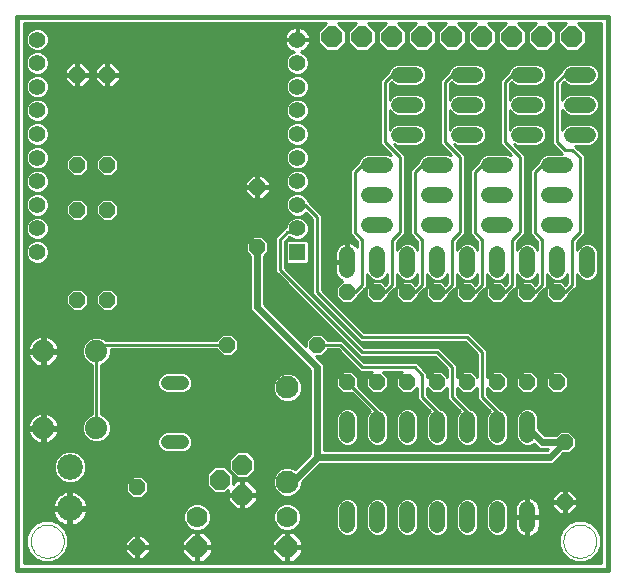
<source format=gbl>
G75*
G70*
%OFA0B0*%
%FSLAX24Y24*%
%IPPOS*%
%LPD*%
%AMOC8*
5,1,8,0,0,1.08239X$1,22.5*
%
%ADD10C,0.0160*%
%ADD11C,0.0000*%
%ADD12C,0.0520*%
%ADD13OC8,0.0520*%
%ADD14OC8,0.0700*%
%ADD15C,0.0700*%
%ADD16C,0.0476*%
%ADD17OC8,0.0660*%
%ADD18C,0.0760*%
%ADD19C,0.0560*%
%ADD20R,0.0560X0.0560*%
%ADD21C,0.0860*%
%ADD22C,0.0740*%
%ADD23C,0.0100*%
%ADD24C,0.0240*%
%ADD25C,0.0317*%
D10*
X000650Y000650D02*
X020335Y000650D01*
X020335Y019085D01*
X000650Y019085D01*
X000650Y000650D01*
D11*
X001099Y001595D02*
X001101Y001642D01*
X001107Y001688D01*
X001117Y001734D01*
X001130Y001779D01*
X001148Y001822D01*
X001169Y001864D01*
X001193Y001904D01*
X001221Y001941D01*
X001252Y001976D01*
X001286Y002009D01*
X001322Y002038D01*
X001361Y002064D01*
X001402Y002087D01*
X001445Y002106D01*
X001489Y002122D01*
X001534Y002134D01*
X001580Y002142D01*
X001627Y002146D01*
X001673Y002146D01*
X001720Y002142D01*
X001766Y002134D01*
X001811Y002122D01*
X001855Y002106D01*
X001898Y002087D01*
X001939Y002064D01*
X001978Y002038D01*
X002014Y002009D01*
X002048Y001976D01*
X002079Y001941D01*
X002107Y001904D01*
X002131Y001864D01*
X002152Y001822D01*
X002170Y001779D01*
X002183Y001734D01*
X002193Y001688D01*
X002199Y001642D01*
X002201Y001595D01*
X002199Y001548D01*
X002193Y001502D01*
X002183Y001456D01*
X002170Y001411D01*
X002152Y001368D01*
X002131Y001326D01*
X002107Y001286D01*
X002079Y001249D01*
X002048Y001214D01*
X002014Y001181D01*
X001978Y001152D01*
X001939Y001126D01*
X001898Y001103D01*
X001855Y001084D01*
X001811Y001068D01*
X001766Y001056D01*
X001720Y001048D01*
X001673Y001044D01*
X001627Y001044D01*
X001580Y001048D01*
X001534Y001056D01*
X001489Y001068D01*
X001445Y001084D01*
X001402Y001103D01*
X001361Y001126D01*
X001322Y001152D01*
X001286Y001181D01*
X001252Y001214D01*
X001221Y001249D01*
X001193Y001286D01*
X001169Y001326D01*
X001148Y001368D01*
X001130Y001411D01*
X001117Y001456D01*
X001107Y001502D01*
X001101Y001548D01*
X001099Y001595D01*
X018849Y001595D02*
X018851Y001642D01*
X018857Y001688D01*
X018867Y001734D01*
X018880Y001779D01*
X018898Y001822D01*
X018919Y001864D01*
X018943Y001904D01*
X018971Y001941D01*
X019002Y001976D01*
X019036Y002009D01*
X019072Y002038D01*
X019111Y002064D01*
X019152Y002087D01*
X019195Y002106D01*
X019239Y002122D01*
X019284Y002134D01*
X019330Y002142D01*
X019377Y002146D01*
X019423Y002146D01*
X019470Y002142D01*
X019516Y002134D01*
X019561Y002122D01*
X019605Y002106D01*
X019648Y002087D01*
X019689Y002064D01*
X019728Y002038D01*
X019764Y002009D01*
X019798Y001976D01*
X019829Y001941D01*
X019857Y001904D01*
X019881Y001864D01*
X019902Y001822D01*
X019920Y001779D01*
X019933Y001734D01*
X019943Y001688D01*
X019949Y001642D01*
X019951Y001595D01*
X019949Y001548D01*
X019943Y001502D01*
X019933Y001456D01*
X019920Y001411D01*
X019902Y001368D01*
X019881Y001326D01*
X019857Y001286D01*
X019829Y001249D01*
X019798Y001214D01*
X019764Y001181D01*
X019728Y001152D01*
X019689Y001126D01*
X019648Y001103D01*
X019605Y001084D01*
X019561Y001068D01*
X019516Y001056D01*
X019470Y001048D01*
X019423Y001044D01*
X019377Y001044D01*
X019330Y001048D01*
X019284Y001056D01*
X019239Y001068D01*
X019195Y001084D01*
X019152Y001103D01*
X019111Y001126D01*
X019072Y001152D01*
X019036Y001181D01*
X019002Y001214D01*
X018971Y001249D01*
X018943Y001286D01*
X018919Y001326D01*
X018898Y001368D01*
X018880Y001411D01*
X018867Y001456D01*
X018857Y001502D01*
X018851Y001548D01*
X018849Y001595D01*
D12*
X017650Y002140D02*
X017650Y002660D01*
X016650Y002660D02*
X016650Y002140D01*
X015650Y002140D02*
X015650Y002660D01*
X014650Y002660D02*
X014650Y002140D01*
X013650Y002140D02*
X013650Y002660D01*
X012650Y002660D02*
X012650Y002140D01*
X011650Y002140D02*
X011650Y002660D01*
X011650Y005140D02*
X011650Y005660D01*
X012650Y005660D02*
X012650Y005140D01*
X013650Y005140D02*
X013650Y005660D01*
X014650Y005660D02*
X014650Y005140D01*
X015650Y005140D02*
X015650Y005660D01*
X016650Y005660D02*
X016650Y005140D01*
X017650Y005140D02*
X017650Y005660D01*
X017650Y010640D02*
X017650Y011160D01*
X016650Y011160D02*
X016650Y010640D01*
X015650Y010640D02*
X015650Y011160D01*
X014650Y011160D02*
X014650Y010640D01*
X013650Y010640D02*
X013650Y011160D01*
X012650Y011160D02*
X012650Y010640D01*
X011650Y010640D02*
X011650Y011160D01*
X012390Y012150D02*
X012910Y012150D01*
X012910Y013150D02*
X012390Y013150D01*
X012390Y014150D02*
X012910Y014150D01*
X013390Y015150D02*
X013910Y015150D01*
X013910Y016150D02*
X013390Y016150D01*
X013390Y017150D02*
X013910Y017150D01*
X015390Y017150D02*
X015910Y017150D01*
X015910Y016150D02*
X015390Y016150D01*
X015390Y015150D02*
X015910Y015150D01*
X016390Y014150D02*
X016910Y014150D01*
X016910Y013150D02*
X016390Y013150D01*
X016390Y012150D02*
X016910Y012150D01*
X018390Y012150D02*
X018910Y012150D01*
X018910Y013150D02*
X018390Y013150D01*
X018390Y014150D02*
X018910Y014150D01*
X019140Y015150D02*
X019660Y015150D01*
X019660Y016150D02*
X019140Y016150D01*
X019140Y017150D02*
X019660Y017150D01*
X017910Y017150D02*
X017390Y017150D01*
X017390Y016150D02*
X017910Y016150D01*
X017910Y015150D02*
X017390Y015150D01*
X014910Y014150D02*
X014390Y014150D01*
X014390Y013150D02*
X014910Y013150D01*
X014910Y012150D02*
X014390Y012150D01*
X018650Y011160D02*
X018650Y010640D01*
X019650Y010640D02*
X019650Y011160D01*
D13*
X018650Y009900D03*
X017650Y009900D03*
X016650Y009900D03*
X015650Y009900D03*
X014650Y009900D03*
X013650Y009900D03*
X012650Y009900D03*
X011650Y009900D03*
X010650Y008150D03*
X011650Y006900D03*
X012650Y006900D03*
X013650Y006900D03*
X014650Y006900D03*
X015650Y006900D03*
X016650Y006900D03*
X017650Y006900D03*
X018650Y006900D03*
X018900Y004900D03*
X018900Y002900D03*
X008650Y011400D03*
X008650Y013400D03*
X003650Y012650D03*
X002650Y012650D03*
X002650Y014150D03*
X003650Y014150D03*
X003650Y017150D03*
X002650Y017150D03*
X002650Y009650D03*
X003650Y009650D03*
X007650Y008150D03*
X004650Y003400D03*
X004650Y001400D03*
D14*
X006650Y001400D03*
X009650Y001400D03*
X011150Y018400D03*
X012150Y018400D03*
X013150Y018400D03*
X014150Y018400D03*
X015150Y018400D03*
X016150Y018400D03*
X017150Y018400D03*
X018150Y018400D03*
X019150Y018400D03*
D15*
X009650Y002400D03*
X006650Y002400D03*
D16*
X006138Y004916D02*
X005662Y004916D01*
X005662Y006884D02*
X006138Y006884D01*
D17*
X008150Y004150D03*
X007400Y003650D03*
X008150Y003150D03*
D18*
X009650Y003575D03*
X009650Y006725D03*
D19*
X009981Y012022D03*
X009981Y012809D03*
X009981Y013597D03*
X009981Y014384D03*
X009981Y015172D03*
X009981Y015959D03*
X009981Y016746D03*
X009981Y017534D03*
X009981Y018321D03*
X001319Y018321D03*
X001319Y017534D03*
X001319Y016746D03*
X001319Y015959D03*
X001319Y015172D03*
X001319Y014384D03*
X001319Y013597D03*
X001319Y012809D03*
X001319Y012022D03*
X001319Y011235D03*
D20*
X009981Y011235D03*
D21*
X002400Y004069D03*
X002400Y002691D03*
D22*
X001510Y005370D03*
X003290Y005370D03*
X003290Y007930D03*
X001510Y007930D03*
D23*
X001510Y009150D01*
X000880Y009121D02*
X008604Y009121D01*
X008555Y009170D02*
X010420Y007305D01*
X010420Y004495D01*
X009919Y003994D01*
X009747Y004065D01*
X009553Y004065D01*
X009372Y003991D01*
X009235Y003853D01*
X009160Y003673D01*
X009160Y003478D01*
X009235Y003298D01*
X009372Y003160D01*
X009553Y003085D01*
X009747Y003085D01*
X009928Y003160D01*
X010065Y003298D01*
X010140Y003478D01*
X010140Y003565D01*
X010745Y004170D01*
X018495Y004170D01*
X018855Y004530D01*
X019053Y004530D01*
X019270Y004747D01*
X019270Y005053D01*
X019053Y005270D01*
X018747Y005270D01*
X018607Y005130D01*
X018245Y005130D01*
X018020Y005355D01*
X018020Y005734D01*
X017964Y005870D01*
X017860Y005974D01*
X017724Y006030D01*
X017576Y006030D01*
X017440Y005974D01*
X017336Y005870D01*
X017280Y005734D01*
X017280Y005066D01*
X017336Y004930D01*
X017440Y004826D01*
X017576Y004770D01*
X017724Y004770D01*
X017860Y004826D01*
X017879Y004846D01*
X017920Y004805D01*
X017920Y004805D01*
X018055Y004670D01*
X018345Y004670D01*
X018305Y004630D01*
X010880Y004630D01*
X010880Y007495D01*
X010595Y007780D01*
X010803Y007780D01*
X011013Y007990D01*
X011334Y007990D01*
X012084Y007240D01*
X012467Y007240D01*
X012280Y007053D01*
X012280Y006747D01*
X012497Y006530D01*
X012803Y006530D01*
X013020Y006747D01*
X013020Y007053D01*
X012833Y007240D01*
X013467Y007240D01*
X013280Y007053D01*
X013280Y006747D01*
X013497Y006530D01*
X013803Y006530D01*
X013990Y006717D01*
X013990Y006334D01*
X014395Y005928D01*
X014336Y005870D01*
X014280Y005734D01*
X014280Y005066D01*
X014336Y004930D01*
X014440Y004826D01*
X014576Y004770D01*
X014724Y004770D01*
X014860Y004826D01*
X014964Y004930D01*
X015020Y005066D01*
X015020Y005734D01*
X014964Y005870D01*
X014860Y005974D01*
X014762Y006014D01*
X014716Y006060D01*
X014310Y006466D01*
X014310Y006717D01*
X014497Y006530D01*
X014803Y006530D01*
X014990Y006717D01*
X014990Y006334D01*
X015395Y005928D01*
X015336Y005870D01*
X015280Y005734D01*
X015280Y005066D01*
X015336Y004930D01*
X015440Y004826D01*
X015576Y004770D01*
X015724Y004770D01*
X015860Y004826D01*
X015964Y004930D01*
X016020Y005066D01*
X016020Y005734D01*
X015964Y005870D01*
X015860Y005974D01*
X015762Y006014D01*
X015716Y006060D01*
X015310Y006466D01*
X015310Y006717D01*
X015497Y006530D01*
X015803Y006530D01*
X015990Y006717D01*
X015990Y006334D01*
X016395Y005928D01*
X016336Y005870D01*
X016280Y005734D01*
X016280Y005066D01*
X016336Y004930D01*
X016440Y004826D01*
X016576Y004770D01*
X016724Y004770D01*
X016860Y004826D01*
X016964Y004930D01*
X017020Y005066D01*
X017020Y005734D01*
X016964Y005870D01*
X016860Y005974D01*
X016762Y006014D01*
X016716Y006060D01*
X016310Y006466D01*
X016310Y006717D01*
X016497Y006530D01*
X016803Y006530D01*
X017020Y006747D01*
X017020Y007053D01*
X016803Y007270D01*
X016497Y007270D01*
X016310Y007083D01*
X016310Y007966D01*
X016216Y008060D01*
X015716Y008560D01*
X012216Y008560D01*
X010810Y009966D01*
X010810Y012466D01*
X010716Y012560D01*
X010358Y012919D01*
X010311Y013030D01*
X010202Y013140D01*
X010058Y013199D01*
X009903Y013199D01*
X009760Y013140D01*
X009650Y013030D01*
X009591Y012887D01*
X009591Y012732D01*
X009650Y012589D01*
X009760Y012479D01*
X009903Y012419D01*
X010058Y012419D01*
X010202Y012479D01*
X010273Y012550D01*
X010490Y012334D01*
X010490Y009834D01*
X011990Y008334D01*
X012084Y008240D01*
X015584Y008240D01*
X015990Y007834D01*
X015990Y007083D01*
X015803Y007270D01*
X015497Y007270D01*
X015310Y007083D01*
X015310Y007466D01*
X015216Y007560D01*
X014716Y008060D01*
X012216Y008060D01*
X009560Y010716D01*
X009560Y011584D01*
X009714Y011737D01*
X009760Y011691D01*
X009903Y011632D01*
X010058Y011632D01*
X010202Y011691D01*
X010311Y011801D01*
X010371Y011944D01*
X010371Y012100D01*
X010311Y012243D01*
X010202Y012353D01*
X010058Y012412D01*
X009903Y012412D01*
X009760Y012353D01*
X009650Y012243D01*
X009591Y012100D01*
X009591Y012060D01*
X009584Y012060D01*
X009490Y011966D01*
X009240Y011716D01*
X009240Y010584D01*
X009334Y010490D01*
X012084Y007740D01*
X014584Y007740D01*
X014990Y007334D01*
X014990Y007083D01*
X014803Y007270D01*
X014497Y007270D01*
X014310Y007083D01*
X014310Y007216D01*
X014216Y007310D01*
X013966Y007560D01*
X012216Y007560D01*
X011466Y008310D01*
X011013Y008310D01*
X010803Y008520D01*
X010497Y008520D01*
X010280Y008303D01*
X010280Y008095D01*
X008880Y009495D01*
X008880Y011107D01*
X009020Y011247D01*
X009020Y011553D01*
X008803Y011770D01*
X008497Y011770D01*
X008280Y011553D01*
X008280Y011247D01*
X008420Y011107D01*
X008420Y009305D01*
X008555Y009170D01*
X008505Y009220D02*
X000880Y009220D01*
X000880Y009318D02*
X002459Y009318D01*
X002497Y009280D02*
X002803Y009280D01*
X003020Y009497D01*
X003020Y009803D01*
X002803Y010020D01*
X002497Y010020D01*
X002280Y009803D01*
X002280Y009497D01*
X002497Y009280D01*
X002360Y009417D02*
X000880Y009417D01*
X000880Y009515D02*
X002280Y009515D01*
X002280Y009614D02*
X000880Y009614D01*
X000880Y009712D02*
X002280Y009712D01*
X002287Y009811D02*
X000880Y009811D01*
X000880Y009909D02*
X002386Y009909D01*
X002484Y010008D02*
X000880Y010008D01*
X000880Y010106D02*
X008420Y010106D01*
X008420Y010008D02*
X003816Y010008D01*
X003803Y010020D02*
X003497Y010020D01*
X003280Y009803D01*
X003280Y009497D01*
X003497Y009280D01*
X003803Y009280D01*
X004020Y009497D01*
X004020Y009803D01*
X003803Y010020D01*
X003914Y009909D02*
X008420Y009909D01*
X008420Y009811D02*
X004013Y009811D01*
X004020Y009712D02*
X008420Y009712D01*
X008420Y009614D02*
X004020Y009614D01*
X004020Y009515D02*
X008420Y009515D01*
X008420Y009417D02*
X003940Y009417D01*
X003841Y009318D02*
X008420Y009318D01*
X008702Y009023D02*
X000880Y009023D01*
X000880Y008924D02*
X008801Y008924D01*
X008899Y008826D02*
X000880Y008826D01*
X000880Y008727D02*
X008998Y008727D01*
X009096Y008629D02*
X000880Y008629D01*
X000880Y008530D02*
X009195Y008530D01*
X009293Y008432D02*
X007892Y008432D01*
X007803Y008520D02*
X007497Y008520D01*
X007287Y008310D01*
X003589Y008310D01*
X003562Y008337D01*
X003385Y008410D01*
X003195Y008410D01*
X003018Y008337D01*
X002883Y008202D01*
X002810Y008025D01*
X002810Y007835D01*
X002883Y007658D01*
X003018Y007523D01*
X003130Y007477D01*
X003130Y005823D01*
X003018Y005777D01*
X002883Y005642D01*
X002810Y005465D01*
X002810Y005275D01*
X002883Y005098D01*
X003018Y004963D01*
X003195Y004890D01*
X003385Y004890D01*
X003562Y004963D01*
X003697Y005098D01*
X003770Y005275D01*
X003770Y005465D01*
X003697Y005642D01*
X003562Y005777D01*
X003450Y005823D01*
X003450Y007477D01*
X003562Y007523D01*
X003697Y007658D01*
X003770Y007835D01*
X003770Y007990D01*
X007287Y007990D01*
X007497Y007780D01*
X007803Y007780D01*
X008020Y007997D01*
X008020Y008303D01*
X007803Y008520D01*
X007990Y008333D02*
X009392Y008333D01*
X009490Y008235D02*
X008020Y008235D01*
X008020Y008136D02*
X009589Y008136D01*
X009687Y008038D02*
X008020Y008038D01*
X007962Y007939D02*
X009786Y007939D01*
X009884Y007841D02*
X007864Y007841D01*
X007650Y008150D02*
X003510Y008150D01*
X003290Y007930D01*
X003290Y005370D01*
X002915Y005674D02*
X001932Y005674D01*
X001955Y005643D02*
X001907Y005709D01*
X001849Y005767D01*
X001783Y005815D01*
X001710Y005852D01*
X001632Y005877D01*
X001560Y005889D01*
X001560Y005420D01*
X001460Y005420D01*
X001460Y005889D01*
X001388Y005877D01*
X001310Y005852D01*
X001237Y005815D01*
X001171Y005767D01*
X001113Y005709D01*
X001065Y005643D01*
X001028Y005570D01*
X001003Y005492D01*
X000991Y005420D01*
X001460Y005420D01*
X001460Y005320D01*
X000991Y005320D01*
X001003Y005248D01*
X001028Y005170D01*
X001065Y005097D01*
X001113Y005031D01*
X001171Y004973D01*
X001237Y004925D01*
X001310Y004888D01*
X001388Y004863D01*
X001460Y004851D01*
X001460Y005320D01*
X001560Y005320D01*
X001560Y005420D01*
X002029Y005420D01*
X002017Y005492D01*
X001992Y005570D01*
X001955Y005643D01*
X001989Y005575D02*
X002855Y005575D01*
X002815Y005477D02*
X002020Y005477D01*
X002029Y005320D02*
X001560Y005320D01*
X001560Y004851D01*
X001632Y004863D01*
X001710Y004888D01*
X001783Y004925D01*
X001849Y004973D01*
X001907Y005031D01*
X001955Y005097D01*
X001992Y005170D01*
X002017Y005248D01*
X002029Y005320D01*
X002022Y005280D02*
X002810Y005280D01*
X002810Y005378D02*
X001560Y005378D01*
X001510Y005370D02*
X001510Y002790D01*
X001650Y002650D01*
X002359Y002650D01*
X002400Y002691D01*
X002400Y002650D02*
X002400Y001900D01*
X002650Y001650D01*
X003400Y001650D01*
X003650Y001400D01*
X004650Y001400D01*
X006650Y001400D01*
X008150Y001400D01*
X008150Y003150D01*
X008180Y003120D02*
X008180Y003180D01*
X008120Y003180D01*
X008120Y003630D01*
X007951Y003630D01*
X007840Y003519D01*
X007840Y003832D01*
X007582Y004090D01*
X007218Y004090D01*
X006960Y003832D01*
X006960Y003468D01*
X007218Y003210D01*
X007582Y003210D01*
X007670Y003298D01*
X007670Y003180D01*
X008120Y003180D01*
X008120Y003120D01*
X007670Y003120D01*
X007670Y002951D01*
X007951Y002670D01*
X008120Y002670D01*
X008120Y003120D01*
X008180Y003120D01*
X008630Y003120D01*
X008630Y002951D01*
X008349Y002670D01*
X008180Y002670D01*
X008180Y003120D01*
X008180Y003113D02*
X008120Y003113D01*
X008180Y003180D02*
X008630Y003180D01*
X008630Y003349D01*
X008349Y003630D01*
X008180Y003630D01*
X008180Y003180D01*
X008180Y003211D02*
X008120Y003211D01*
X008120Y003310D02*
X008180Y003310D01*
X008180Y003408D02*
X008120Y003408D01*
X008120Y003507D02*
X008180Y003507D01*
X008180Y003605D02*
X008120Y003605D01*
X007968Y003710D02*
X008332Y003710D01*
X008590Y003968D01*
X008590Y004332D01*
X008332Y004590D01*
X007968Y004590D01*
X007710Y004332D01*
X007710Y003968D01*
X007968Y003710D01*
X007926Y003605D02*
X007840Y003605D01*
X007840Y003704D02*
X009173Y003704D01*
X009160Y003605D02*
X008374Y003605D01*
X008472Y003507D02*
X009160Y003507D01*
X009189Y003408D02*
X008571Y003408D01*
X008630Y003310D02*
X009230Y003310D01*
X009321Y003211D02*
X008630Y003211D01*
X008630Y003113D02*
X009487Y003113D01*
X009558Y002860D02*
X009389Y002790D01*
X009260Y002661D01*
X009190Y002491D01*
X009190Y002308D01*
X009260Y002139D01*
X009389Y002010D01*
X009558Y001940D01*
X009741Y001940D01*
X009911Y002010D01*
X010040Y002139D01*
X010110Y002308D01*
X010110Y002491D01*
X010040Y002661D01*
X009911Y002790D01*
X009741Y002860D01*
X009558Y002860D01*
X009455Y002817D02*
X008496Y002817D01*
X008594Y002916D02*
X011382Y002916D01*
X011336Y002870D02*
X011280Y002734D01*
X011280Y002066D01*
X011336Y001930D01*
X011440Y001826D01*
X011576Y001770D01*
X011724Y001770D01*
X011860Y001826D01*
X011964Y001930D01*
X012020Y002066D01*
X012020Y002734D01*
X011964Y002870D01*
X011860Y002974D01*
X011724Y003030D01*
X011576Y003030D01*
X011440Y002974D01*
X011336Y002870D01*
X011315Y002817D02*
X009845Y002817D01*
X009982Y002719D02*
X011280Y002719D01*
X011280Y002620D02*
X010057Y002620D01*
X010098Y002522D02*
X011280Y002522D01*
X011280Y002423D02*
X010110Y002423D01*
X010110Y002325D02*
X011280Y002325D01*
X011280Y002226D02*
X010076Y002226D01*
X010028Y002128D02*
X011280Y002128D01*
X011295Y002029D02*
X009930Y002029D01*
X009857Y001900D02*
X009680Y001900D01*
X009680Y001430D01*
X009620Y001430D01*
X009620Y001900D01*
X009443Y001900D01*
X009150Y001607D01*
X009150Y001430D01*
X009620Y001430D01*
X009620Y001370D01*
X009150Y001370D01*
X009150Y001193D01*
X009443Y000900D01*
X009620Y000900D01*
X009620Y001370D01*
X009680Y001370D01*
X009680Y001430D01*
X010150Y001430D01*
X010150Y001607D01*
X009857Y001900D01*
X009925Y001832D02*
X011435Y001832D01*
X011336Y001931D02*
X002270Y001931D01*
X002244Y001992D02*
X002047Y002189D01*
X001789Y002296D01*
X001511Y002296D01*
X001253Y002189D01*
X001056Y001992D01*
X000949Y001734D01*
X000949Y001455D01*
X001056Y001198D01*
X001253Y001000D01*
X001511Y000894D01*
X001789Y000894D01*
X002047Y001000D01*
X002244Y001198D01*
X002351Y001455D01*
X002351Y001734D01*
X002244Y001992D01*
X002207Y002029D02*
X006370Y002029D01*
X006389Y002010D02*
X006558Y001940D01*
X006741Y001940D01*
X006911Y002010D01*
X007040Y002139D01*
X007110Y002308D01*
X007110Y002491D01*
X007040Y002661D01*
X006911Y002790D01*
X006741Y002860D01*
X006558Y002860D01*
X006389Y002790D01*
X006260Y002661D01*
X006190Y002491D01*
X006190Y002308D01*
X006260Y002139D01*
X006389Y002010D01*
X006443Y001900D02*
X006150Y001607D01*
X006150Y001430D01*
X006620Y001430D01*
X006620Y001900D01*
X006443Y001900D01*
X006375Y001832D02*
X002311Y001832D01*
X002351Y001734D02*
X004404Y001734D01*
X004480Y001810D02*
X004240Y001570D01*
X004240Y001430D01*
X004620Y001430D01*
X004620Y001810D01*
X004480Y001810D01*
X004620Y001734D02*
X004680Y001734D01*
X004680Y001810D02*
X004680Y001430D01*
X004620Y001430D01*
X004620Y001370D01*
X004240Y001370D01*
X004240Y001230D01*
X004480Y000990D01*
X004620Y000990D01*
X004620Y001370D01*
X004680Y001370D01*
X004680Y001430D01*
X005060Y001430D01*
X005060Y001570D01*
X004820Y001810D01*
X004680Y001810D01*
X004680Y001635D02*
X004620Y001635D01*
X004620Y001537D02*
X004680Y001537D01*
X004680Y001438D02*
X004620Y001438D01*
X004680Y001370D02*
X005060Y001370D01*
X005060Y001230D01*
X004820Y000990D01*
X004680Y000990D01*
X004680Y001370D01*
X004680Y001340D02*
X004620Y001340D01*
X004620Y001241D02*
X004680Y001241D01*
X004680Y001143D02*
X004620Y001143D01*
X004620Y001044D02*
X004680Y001044D01*
X004874Y001044D02*
X006299Y001044D01*
X006397Y000946D02*
X001915Y000946D01*
X002091Y001044D02*
X004426Y001044D01*
X004328Y001143D02*
X002189Y001143D01*
X002262Y001241D02*
X004240Y001241D01*
X004240Y001340D02*
X002303Y001340D01*
X002344Y001438D02*
X004240Y001438D01*
X004240Y001537D02*
X002351Y001537D01*
X002351Y001635D02*
X004305Y001635D01*
X004896Y001734D02*
X006276Y001734D01*
X006178Y001635D02*
X004995Y001635D01*
X005060Y001537D02*
X006150Y001537D01*
X006150Y001438D02*
X005060Y001438D01*
X005060Y001340D02*
X006150Y001340D01*
X006150Y001370D02*
X006150Y001193D01*
X006443Y000900D01*
X006620Y000900D01*
X006620Y001370D01*
X006150Y001370D01*
X006150Y001241D02*
X005060Y001241D01*
X004972Y001143D02*
X006200Y001143D01*
X006620Y001143D02*
X006680Y001143D01*
X006680Y001241D02*
X006620Y001241D01*
X006620Y001340D02*
X006680Y001340D01*
X006680Y001370D02*
X006680Y000900D01*
X006857Y000900D01*
X007150Y001193D01*
X007150Y001370D01*
X006680Y001370D01*
X006680Y001430D01*
X006620Y001430D01*
X006620Y001370D01*
X006680Y001370D01*
X006680Y001430D02*
X007150Y001430D01*
X007150Y001607D01*
X006857Y001900D01*
X006680Y001900D01*
X006680Y001430D01*
X006680Y001438D02*
X006620Y001438D01*
X006620Y001537D02*
X006680Y001537D01*
X006680Y001635D02*
X006620Y001635D01*
X006620Y001734D02*
X006680Y001734D01*
X006680Y001832D02*
X006620Y001832D01*
X006272Y002128D02*
X002542Y002128D01*
X002536Y002126D02*
X002623Y002154D01*
X002704Y002195D01*
X002778Y002249D01*
X002842Y002313D01*
X002896Y002387D01*
X002938Y002469D01*
X002966Y002556D01*
X002980Y002643D01*
X002448Y002643D01*
X002448Y002112D01*
X002536Y002126D01*
X002448Y002128D02*
X002352Y002128D01*
X002352Y002112D02*
X002352Y002643D01*
X002448Y002643D01*
X002448Y002740D01*
X002352Y002740D01*
X002352Y003271D01*
X002264Y003257D01*
X002177Y003229D01*
X002096Y003187D01*
X002022Y003134D01*
X001958Y003069D01*
X001904Y002995D01*
X001862Y002914D01*
X001834Y002827D01*
X001820Y002740D01*
X002352Y002740D01*
X002352Y002643D01*
X001820Y002643D01*
X001834Y002556D01*
X001862Y002469D01*
X001904Y002387D01*
X001958Y002313D01*
X002022Y002249D01*
X002096Y002195D01*
X002177Y002154D01*
X002264Y002126D01*
X002352Y002112D01*
X002258Y002128D02*
X002109Y002128D01*
X002054Y002226D02*
X001959Y002226D01*
X001950Y002325D02*
X000880Y002325D01*
X000880Y002423D02*
X001886Y002423D01*
X001845Y002522D02*
X000880Y002522D01*
X000880Y002620D02*
X001824Y002620D01*
X001833Y002817D02*
X000880Y002817D01*
X000880Y002719D02*
X002352Y002719D01*
X002448Y002719D02*
X006318Y002719D01*
X006243Y002620D02*
X002976Y002620D01*
X002955Y002522D02*
X006202Y002522D01*
X006190Y002423D02*
X002914Y002423D01*
X002850Y002325D02*
X006190Y002325D01*
X006224Y002226D02*
X002746Y002226D01*
X002448Y002226D02*
X002352Y002226D01*
X002352Y002325D02*
X002448Y002325D01*
X002448Y002423D02*
X002352Y002423D01*
X002352Y002522D02*
X002448Y002522D01*
X002448Y002620D02*
X002352Y002620D01*
X002448Y002740D02*
X002980Y002740D01*
X002966Y002827D01*
X002938Y002914D01*
X002896Y002995D01*
X002842Y003069D01*
X002778Y003134D01*
X002704Y003187D01*
X002623Y003229D01*
X002536Y003257D01*
X002448Y003271D01*
X002448Y002740D01*
X002448Y002817D02*
X002352Y002817D01*
X002352Y002916D02*
X002448Y002916D01*
X002448Y003014D02*
X002352Y003014D01*
X002352Y003113D02*
X002448Y003113D01*
X002448Y003211D02*
X002352Y003211D01*
X002142Y003211D02*
X000880Y003211D01*
X000880Y003113D02*
X002001Y003113D01*
X001918Y003014D02*
X000880Y003014D01*
X000880Y002916D02*
X001863Y002916D01*
X002094Y003612D02*
X002293Y003529D01*
X002507Y003529D01*
X002706Y003612D01*
X002858Y003763D01*
X002940Y003962D01*
X002940Y004177D01*
X002858Y004375D01*
X002706Y004527D01*
X002507Y004609D01*
X002293Y004609D01*
X002094Y004527D01*
X001942Y004375D01*
X001860Y004177D01*
X001860Y003962D01*
X001942Y003763D01*
X002094Y003612D01*
X002110Y003605D02*
X000880Y003605D01*
X000880Y003507D02*
X004280Y003507D01*
X004280Y003553D02*
X004280Y003247D01*
X004497Y003030D01*
X004803Y003030D01*
X005020Y003247D01*
X005020Y003553D01*
X004803Y003770D01*
X004497Y003770D01*
X004280Y003553D01*
X004332Y003605D02*
X002690Y003605D01*
X002798Y003704D02*
X004430Y003704D01*
X004280Y003408D02*
X000880Y003408D01*
X000880Y003310D02*
X004280Y003310D01*
X004316Y003211D02*
X002658Y003211D01*
X002799Y003113D02*
X004414Y003113D01*
X004886Y003113D02*
X007670Y003113D01*
X007670Y003211D02*
X007583Y003211D01*
X007670Y003014D02*
X002882Y003014D01*
X002937Y002916D02*
X007706Y002916D01*
X007804Y002817D02*
X006845Y002817D01*
X006982Y002719D02*
X007903Y002719D01*
X008120Y002719D02*
X008180Y002719D01*
X008180Y002817D02*
X008120Y002817D01*
X008120Y002916D02*
X008180Y002916D01*
X008180Y003014D02*
X008120Y003014D01*
X008397Y002719D02*
X009318Y002719D01*
X009243Y002620D02*
X007057Y002620D01*
X007098Y002522D02*
X009202Y002522D01*
X009190Y002423D02*
X007110Y002423D01*
X007110Y002325D02*
X009190Y002325D01*
X009224Y002226D02*
X007076Y002226D01*
X007028Y002128D02*
X009272Y002128D01*
X009370Y002029D02*
X006930Y002029D01*
X006925Y001832D02*
X009375Y001832D01*
X009276Y001734D02*
X007024Y001734D01*
X007122Y001635D02*
X009178Y001635D01*
X009150Y001537D02*
X007150Y001537D01*
X007150Y001438D02*
X009150Y001438D01*
X009150Y001340D02*
X007150Y001340D01*
X007150Y001241D02*
X009150Y001241D01*
X009200Y001143D02*
X007100Y001143D01*
X007001Y001044D02*
X009299Y001044D01*
X009397Y000946D02*
X006903Y000946D01*
X006680Y000946D02*
X006620Y000946D01*
X006620Y001044D02*
X006680Y001044D01*
X008150Y001400D02*
X009650Y001400D01*
X017650Y001400D01*
X017650Y002400D01*
X017650Y003400D01*
X018900Y003400D01*
X018900Y002900D01*
X018930Y002916D02*
X020105Y002916D01*
X020105Y003014D02*
X019310Y003014D01*
X019310Y003070D02*
X019070Y003310D01*
X018930Y003310D01*
X018930Y002930D01*
X018870Y002930D01*
X018870Y003310D01*
X018730Y003310D01*
X018490Y003070D01*
X018490Y002930D01*
X018870Y002930D01*
X018870Y002870D01*
X018490Y002870D01*
X018490Y002730D01*
X018730Y002490D01*
X018870Y002490D01*
X018870Y002870D01*
X018930Y002870D01*
X018930Y002930D01*
X019310Y002930D01*
X019310Y003070D01*
X019267Y003113D02*
X020105Y003113D01*
X020105Y003211D02*
X019169Y003211D01*
X019070Y003310D02*
X020105Y003310D01*
X020105Y003408D02*
X010111Y003408D01*
X010140Y003507D02*
X020105Y003507D01*
X020105Y003605D02*
X010180Y003605D01*
X010279Y003704D02*
X020105Y003704D01*
X020105Y003802D02*
X010377Y003802D01*
X010476Y003901D02*
X020105Y003901D01*
X020105Y003999D02*
X010574Y003999D01*
X010673Y004098D02*
X020105Y004098D01*
X020105Y004196D02*
X018521Y004196D01*
X018620Y004295D02*
X020105Y004295D01*
X020105Y004393D02*
X018718Y004393D01*
X018817Y004492D02*
X020105Y004492D01*
X020105Y004590D02*
X019113Y004590D01*
X019212Y004689D02*
X020105Y004689D01*
X020105Y004787D02*
X019270Y004787D01*
X019270Y004886D02*
X020105Y004886D01*
X020105Y004984D02*
X019270Y004984D01*
X019241Y005083D02*
X020105Y005083D01*
X020105Y005181D02*
X019142Y005181D01*
X018658Y005181D02*
X018194Y005181D01*
X018096Y005280D02*
X020105Y005280D01*
X020105Y005378D02*
X018020Y005378D01*
X018020Y005477D02*
X020105Y005477D01*
X020105Y005575D02*
X018020Y005575D01*
X018020Y005674D02*
X020105Y005674D01*
X020105Y005772D02*
X018004Y005772D01*
X017963Y005871D02*
X020105Y005871D01*
X020105Y005969D02*
X017864Y005969D01*
X017436Y005969D02*
X016864Y005969D01*
X016963Y005871D02*
X017337Y005871D01*
X017296Y005772D02*
X017004Y005772D01*
X017020Y005674D02*
X017280Y005674D01*
X017280Y005575D02*
X017020Y005575D01*
X017020Y005477D02*
X017280Y005477D01*
X017280Y005378D02*
X017020Y005378D01*
X017020Y005280D02*
X017280Y005280D01*
X017280Y005181D02*
X017020Y005181D01*
X017020Y005083D02*
X017280Y005083D01*
X017314Y004984D02*
X016986Y004984D01*
X016919Y004886D02*
X017381Y004886D01*
X017535Y004787D02*
X016765Y004787D01*
X016535Y004787D02*
X015765Y004787D01*
X015919Y004886D02*
X016381Y004886D01*
X016314Y004984D02*
X015986Y004984D01*
X016020Y005083D02*
X016280Y005083D01*
X016280Y005181D02*
X016020Y005181D01*
X016020Y005280D02*
X016280Y005280D01*
X016280Y005378D02*
X016020Y005378D01*
X016020Y005477D02*
X016280Y005477D01*
X016280Y005575D02*
X016020Y005575D01*
X016020Y005674D02*
X016280Y005674D01*
X016296Y005772D02*
X016004Y005772D01*
X015963Y005871D02*
X016337Y005871D01*
X016355Y005969D02*
X015864Y005969D01*
X015709Y006068D02*
X016256Y006068D01*
X016158Y006166D02*
X015610Y006166D01*
X015512Y006265D02*
X016059Y006265D01*
X015990Y006363D02*
X015413Y006363D01*
X015315Y006462D02*
X015990Y006462D01*
X015990Y006560D02*
X015833Y006560D01*
X015932Y006659D02*
X015990Y006659D01*
X016150Y006400D02*
X016650Y005900D01*
X016650Y005400D01*
X016709Y006068D02*
X020105Y006068D01*
X020105Y006166D02*
X016610Y006166D01*
X016512Y006265D02*
X020105Y006265D01*
X020105Y006363D02*
X016413Y006363D01*
X016315Y006462D02*
X020105Y006462D01*
X020105Y006560D02*
X018833Y006560D01*
X018803Y006530D02*
X019020Y006747D01*
X019020Y007053D01*
X018803Y007270D01*
X018497Y007270D01*
X018280Y007053D01*
X018280Y006747D01*
X018497Y006530D01*
X018803Y006530D01*
X018932Y006659D02*
X020105Y006659D01*
X020105Y006757D02*
X019020Y006757D01*
X019020Y006856D02*
X020105Y006856D01*
X020105Y006954D02*
X019020Y006954D01*
X019020Y007053D02*
X020105Y007053D01*
X020105Y007151D02*
X018922Y007151D01*
X018824Y007250D02*
X020105Y007250D01*
X020105Y007348D02*
X016310Y007348D01*
X016310Y007250D02*
X016476Y007250D01*
X016378Y007151D02*
X016310Y007151D01*
X016310Y007447D02*
X020105Y007447D01*
X020105Y007545D02*
X016310Y007545D01*
X016310Y007644D02*
X020105Y007644D01*
X020105Y007742D02*
X016310Y007742D01*
X016310Y007841D02*
X020105Y007841D01*
X020105Y007939D02*
X016310Y007939D01*
X016239Y008038D02*
X020105Y008038D01*
X020105Y008136D02*
X016140Y008136D01*
X016042Y008235D02*
X020105Y008235D01*
X020105Y008333D02*
X015943Y008333D01*
X015845Y008432D02*
X020105Y008432D01*
X020105Y008530D02*
X015746Y008530D01*
X015650Y008400D02*
X016150Y007900D01*
X016150Y006400D01*
X016310Y006560D02*
X016467Y006560D01*
X016368Y006659D02*
X016310Y006659D01*
X016833Y006560D02*
X017467Y006560D01*
X017497Y006530D02*
X017280Y006747D01*
X017280Y007053D01*
X017497Y007270D01*
X017803Y007270D01*
X018020Y007053D01*
X018020Y006747D01*
X017803Y006530D01*
X017497Y006530D01*
X017368Y006659D02*
X016932Y006659D01*
X017020Y006757D02*
X017280Y006757D01*
X017280Y006856D02*
X017020Y006856D01*
X017020Y006954D02*
X017280Y006954D01*
X017280Y007053D02*
X017020Y007053D01*
X016922Y007151D02*
X017378Y007151D01*
X017476Y007250D02*
X016824Y007250D01*
X015990Y007250D02*
X015824Y007250D01*
X015922Y007151D02*
X015990Y007151D01*
X015990Y007348D02*
X015310Y007348D01*
X015310Y007250D02*
X015476Y007250D01*
X015378Y007151D02*
X015310Y007151D01*
X015310Y007447D02*
X015990Y007447D01*
X015990Y007545D02*
X015231Y007545D01*
X015133Y007644D02*
X015990Y007644D01*
X015990Y007742D02*
X015034Y007742D01*
X014936Y007841D02*
X015983Y007841D01*
X015885Y007939D02*
X014837Y007939D01*
X014739Y008038D02*
X015786Y008038D01*
X015688Y008136D02*
X012140Y008136D01*
X012042Y008235D02*
X015589Y008235D01*
X015650Y008400D02*
X012150Y008400D01*
X010650Y009900D01*
X010650Y012400D01*
X010241Y012809D01*
X009981Y012809D01*
X009618Y012667D02*
X004020Y012667D01*
X004020Y012569D02*
X009670Y012569D01*
X009781Y012470D02*
X003993Y012470D01*
X004020Y012497D02*
X003803Y012280D01*
X003497Y012280D01*
X003280Y012497D01*
X003280Y012803D01*
X003497Y013020D01*
X003803Y013020D01*
X004020Y012803D01*
X004020Y012497D01*
X003895Y012372D02*
X009805Y012372D01*
X009680Y012273D02*
X001620Y012273D01*
X001650Y012243D02*
X001540Y012353D01*
X001397Y012412D01*
X001242Y012412D01*
X001098Y012353D01*
X000989Y012243D01*
X000929Y012100D01*
X000929Y011944D01*
X000989Y011801D01*
X001098Y011691D01*
X001242Y011632D01*
X001397Y011632D01*
X001540Y011691D01*
X001650Y011801D01*
X001709Y011944D01*
X001709Y012100D01*
X001650Y012243D01*
X001678Y012175D02*
X009622Y012175D01*
X009591Y012076D02*
X001709Y012076D01*
X001709Y011978D02*
X009501Y011978D01*
X009403Y011879D02*
X001682Y011879D01*
X001629Y011781D02*
X009304Y011781D01*
X009240Y011682D02*
X008891Y011682D01*
X008990Y011584D02*
X009240Y011584D01*
X009240Y011485D02*
X009020Y011485D01*
X009020Y011387D02*
X009240Y011387D01*
X009240Y011288D02*
X009020Y011288D01*
X008963Y011190D02*
X009240Y011190D01*
X009240Y011091D02*
X008880Y011091D01*
X008880Y010993D02*
X009240Y010993D01*
X009240Y010894D02*
X008880Y010894D01*
X008880Y010796D02*
X009240Y010796D01*
X009240Y010697D02*
X008880Y010697D01*
X008880Y010599D02*
X009240Y010599D01*
X009324Y010500D02*
X008880Y010500D01*
X008880Y010402D02*
X009422Y010402D01*
X009521Y010303D02*
X008880Y010303D01*
X008880Y010205D02*
X009619Y010205D01*
X009718Y010106D02*
X008880Y010106D01*
X008880Y010008D02*
X009816Y010008D01*
X009915Y009909D02*
X008880Y009909D01*
X008880Y009811D02*
X010013Y009811D01*
X010112Y009712D02*
X008880Y009712D01*
X008880Y009614D02*
X010210Y009614D01*
X010309Y009515D02*
X008880Y009515D01*
X008959Y009417D02*
X010407Y009417D01*
X010506Y009318D02*
X009057Y009318D01*
X009156Y009220D02*
X010604Y009220D01*
X010703Y009121D02*
X009254Y009121D01*
X009353Y009023D02*
X010801Y009023D01*
X010900Y008924D02*
X009451Y008924D01*
X009550Y008826D02*
X010998Y008826D01*
X011097Y008727D02*
X009648Y008727D01*
X009747Y008629D02*
X011195Y008629D01*
X011294Y008530D02*
X009845Y008530D01*
X009944Y008432D02*
X010408Y008432D01*
X010310Y008333D02*
X010042Y008333D01*
X010141Y008235D02*
X010280Y008235D01*
X010280Y008136D02*
X010239Y008136D01*
X010650Y008150D02*
X011400Y008150D01*
X012150Y007400D01*
X013900Y007400D01*
X014150Y007150D01*
X014150Y006400D01*
X014650Y005900D01*
X014650Y005400D01*
X015020Y005378D02*
X015280Y005378D01*
X015280Y005280D02*
X015020Y005280D01*
X015020Y005181D02*
X015280Y005181D01*
X015280Y005083D02*
X015020Y005083D01*
X014986Y004984D02*
X015314Y004984D01*
X015381Y004886D02*
X014919Y004886D01*
X014765Y004787D02*
X015535Y004787D01*
X015650Y005400D02*
X015650Y005900D01*
X015150Y006400D01*
X015150Y007400D01*
X014650Y007900D01*
X012150Y007900D01*
X009400Y010650D01*
X009400Y011650D01*
X009650Y011900D01*
X009859Y011900D01*
X009981Y012022D01*
X010179Y011682D02*
X010490Y011682D01*
X010490Y011584D02*
X010347Y011584D01*
X010371Y011560D02*
X010306Y011625D01*
X009655Y011625D01*
X009591Y011560D01*
X009591Y010909D01*
X009655Y010845D01*
X010306Y010845D01*
X010371Y010909D01*
X010371Y011560D01*
X010371Y011485D02*
X010490Y011485D01*
X010490Y011387D02*
X010371Y011387D01*
X010371Y011288D02*
X010490Y011288D01*
X010490Y011190D02*
X010371Y011190D01*
X010371Y011091D02*
X010490Y011091D01*
X010490Y010993D02*
X010371Y010993D01*
X010356Y010894D02*
X010490Y010894D01*
X010490Y010796D02*
X009560Y010796D01*
X009560Y010894D02*
X009606Y010894D01*
X009591Y010993D02*
X009560Y010993D01*
X009560Y011091D02*
X009591Y011091D01*
X009591Y011190D02*
X009560Y011190D01*
X009560Y011288D02*
X009591Y011288D01*
X009591Y011387D02*
X009560Y011387D01*
X009560Y011485D02*
X009591Y011485D01*
X009614Y011584D02*
X009560Y011584D01*
X009658Y011682D02*
X009782Y011682D01*
X010291Y011781D02*
X010490Y011781D01*
X010490Y011879D02*
X010344Y011879D01*
X010371Y011978D02*
X010490Y011978D01*
X010490Y012076D02*
X010371Y012076D01*
X010340Y012175D02*
X010490Y012175D01*
X010490Y012273D02*
X010281Y012273D01*
X010156Y012372D02*
X010452Y012372D01*
X010354Y012470D02*
X010180Y012470D01*
X010511Y012766D02*
X011740Y012766D01*
X011740Y012864D02*
X010412Y012864D01*
X010339Y012963D02*
X011740Y012963D01*
X011740Y013061D02*
X010281Y013061D01*
X010155Y013160D02*
X011740Y013160D01*
X011740Y013258D02*
X010182Y013258D01*
X010202Y013266D02*
X010058Y013207D01*
X009903Y013207D01*
X009760Y013266D01*
X009650Y013376D01*
X009591Y013519D01*
X009591Y013674D01*
X009650Y013818D01*
X009760Y013927D01*
X009903Y013987D01*
X010058Y013987D01*
X010202Y013927D01*
X010311Y013818D01*
X010371Y013674D01*
X010371Y013519D01*
X010311Y013376D01*
X010202Y013266D01*
X010292Y013357D02*
X011740Y013357D01*
X011740Y013455D02*
X010344Y013455D01*
X010371Y013554D02*
X011740Y013554D01*
X011740Y013652D02*
X010371Y013652D01*
X010339Y013751D02*
X011740Y013751D01*
X011740Y013849D02*
X010280Y013849D01*
X010153Y013948D02*
X011740Y013948D01*
X011740Y013966D02*
X011740Y011834D01*
X011834Y011740D01*
X011990Y011584D01*
X011990Y011390D01*
X011963Y011427D01*
X011917Y011473D01*
X011865Y011511D01*
X011807Y011540D01*
X011746Y011560D01*
X011682Y011570D01*
X011680Y011570D01*
X011680Y010930D01*
X011620Y010930D01*
X011620Y011570D01*
X011618Y011570D01*
X011554Y011560D01*
X011493Y011540D01*
X011435Y011511D01*
X011383Y011473D01*
X011337Y011427D01*
X011299Y011375D01*
X011270Y011317D01*
X011250Y011256D01*
X011240Y011192D01*
X011240Y010930D01*
X011620Y010930D01*
X011620Y010870D01*
X011240Y010870D01*
X011240Y010608D01*
X011250Y010544D01*
X011270Y010483D01*
X011299Y010425D01*
X011337Y010373D01*
X011383Y010327D01*
X011435Y010289D01*
X011489Y010262D01*
X011280Y010053D01*
X011280Y009747D01*
X011497Y009530D01*
X011803Y009530D01*
X012020Y009747D01*
X012020Y009794D01*
X012060Y009834D01*
X012216Y009990D01*
X012216Y009990D01*
X012310Y010084D01*
X012310Y010494D01*
X012336Y010430D01*
X012440Y010326D01*
X012576Y010270D01*
X012724Y010270D01*
X012860Y010326D01*
X012964Y010430D01*
X012990Y010494D01*
X012990Y010216D01*
X012923Y010150D01*
X012803Y010270D01*
X012497Y010270D01*
X012280Y010053D01*
X012280Y009747D01*
X012497Y009530D01*
X012803Y009530D01*
X013020Y009747D01*
X013020Y009794D01*
X013216Y009990D01*
X013310Y010084D01*
X013310Y010494D01*
X013336Y010430D01*
X013440Y010326D01*
X013576Y010270D01*
X013724Y010270D01*
X013860Y010326D01*
X013964Y010430D01*
X013990Y010494D01*
X013990Y010216D01*
X013923Y010150D01*
X013803Y010270D01*
X013497Y010270D01*
X013280Y010053D01*
X013280Y009747D01*
X013497Y009530D01*
X013803Y009530D01*
X014020Y009747D01*
X014020Y009794D01*
X014216Y009990D01*
X014310Y010084D01*
X014310Y010494D01*
X014336Y010430D01*
X014440Y010326D01*
X014576Y010270D01*
X014724Y010270D01*
X014860Y010326D01*
X014964Y010430D01*
X014990Y010494D01*
X014990Y010216D01*
X014923Y010150D01*
X014803Y010270D01*
X014497Y010270D01*
X014280Y010053D01*
X014280Y009747D01*
X014497Y009530D01*
X014803Y009530D01*
X015020Y009747D01*
X015020Y009794D01*
X015216Y009990D01*
X015310Y010084D01*
X015310Y010494D01*
X015336Y010430D01*
X015440Y010326D01*
X015576Y010270D01*
X015724Y010270D01*
X015860Y010326D01*
X015964Y010430D01*
X015990Y010494D01*
X015990Y010216D01*
X015923Y010150D01*
X015803Y010270D01*
X015497Y010270D01*
X015280Y010053D01*
X015280Y009747D01*
X015497Y009530D01*
X015803Y009530D01*
X016020Y009747D01*
X016020Y009794D01*
X016216Y009990D01*
X016310Y010084D01*
X016310Y010494D01*
X016336Y010430D01*
X016440Y010326D01*
X016576Y010270D01*
X016724Y010270D01*
X016860Y010326D01*
X016964Y010430D01*
X016990Y010494D01*
X016990Y010216D01*
X016923Y010150D01*
X016803Y010270D01*
X016497Y010270D01*
X016280Y010053D01*
X016280Y009747D01*
X016497Y009530D01*
X016803Y009530D01*
X017020Y009747D01*
X017020Y009794D01*
X017216Y009990D01*
X017310Y010084D01*
X017310Y010494D01*
X017336Y010430D01*
X017440Y010326D01*
X017576Y010270D01*
X017724Y010270D01*
X017860Y010326D01*
X017964Y010430D01*
X017990Y010494D01*
X017990Y010216D01*
X017923Y010150D01*
X017803Y010270D01*
X017497Y010270D01*
X017280Y010053D01*
X017280Y009747D01*
X017497Y009530D01*
X017803Y009530D01*
X018020Y009747D01*
X018020Y009794D01*
X018216Y009990D01*
X018310Y010084D01*
X018310Y010494D01*
X018336Y010430D01*
X018440Y010326D01*
X018576Y010270D01*
X018724Y010270D01*
X018860Y010326D01*
X018964Y010430D01*
X018990Y010494D01*
X018990Y010216D01*
X018923Y010150D01*
X018803Y010270D01*
X018497Y010270D01*
X018280Y010053D01*
X018280Y009747D01*
X018497Y009530D01*
X018803Y009530D01*
X019020Y009747D01*
X019020Y009794D01*
X019216Y009990D01*
X019310Y010084D01*
X019310Y010494D01*
X019336Y010430D01*
X019440Y010326D01*
X019576Y010270D01*
X019724Y010270D01*
X019860Y010326D01*
X019964Y010430D01*
X020020Y010566D01*
X020020Y011234D01*
X019964Y011370D01*
X019860Y011474D01*
X019724Y011530D01*
X019576Y011530D01*
X019440Y011474D01*
X019336Y011370D01*
X019310Y011306D01*
X019310Y011584D01*
X019466Y011740D01*
X019560Y011834D01*
X019560Y014466D01*
X019310Y014716D01*
X019246Y014780D01*
X019734Y014780D01*
X019870Y014836D01*
X019974Y014940D01*
X020030Y015076D01*
X020030Y015224D01*
X019974Y015360D01*
X019870Y015464D01*
X019734Y015520D01*
X019066Y015520D01*
X018930Y015464D01*
X018826Y015360D01*
X018810Y015320D01*
X018810Y015980D01*
X018826Y015940D01*
X018930Y015836D01*
X019066Y015780D01*
X019734Y015780D01*
X019870Y015836D01*
X019974Y015940D01*
X020030Y016076D01*
X020030Y016224D01*
X019974Y016360D01*
X019870Y016464D01*
X019734Y016520D01*
X019066Y016520D01*
X018930Y016464D01*
X018826Y016360D01*
X018810Y016320D01*
X018810Y016834D01*
X018872Y016895D01*
X018930Y016836D01*
X019066Y016780D01*
X019734Y016780D01*
X019870Y016836D01*
X019974Y016940D01*
X020030Y017076D01*
X020030Y017224D01*
X019974Y017360D01*
X019870Y017464D01*
X019734Y017520D01*
X019066Y017520D01*
X018930Y017464D01*
X018826Y017360D01*
X018786Y017262D01*
X018740Y017216D01*
X018490Y016966D01*
X018490Y014834D01*
X018114Y014834D01*
X018120Y014836D02*
X018224Y014940D01*
X018280Y015076D01*
X018280Y015224D01*
X018224Y015360D01*
X018120Y015464D01*
X017984Y015520D01*
X017316Y015520D01*
X017180Y015464D01*
X017076Y015360D01*
X017060Y015320D01*
X017060Y015980D01*
X017076Y015940D01*
X017180Y015836D01*
X017316Y015780D01*
X017984Y015780D01*
X018120Y015836D01*
X018224Y015940D01*
X018280Y016076D01*
X018280Y016224D01*
X018224Y016360D01*
X018120Y016464D01*
X017984Y016520D01*
X017316Y016520D01*
X017180Y016464D01*
X017076Y016360D01*
X017060Y016320D01*
X017060Y016834D01*
X017122Y016895D01*
X017180Y016836D01*
X017316Y016780D01*
X017984Y016780D01*
X018120Y016836D01*
X018224Y016940D01*
X018280Y017076D01*
X018280Y017224D01*
X018224Y017360D01*
X018120Y017464D01*
X017984Y017520D01*
X017316Y017520D01*
X017180Y017464D01*
X017076Y017360D01*
X017036Y017262D01*
X016990Y017216D01*
X016740Y016966D01*
X016740Y014834D01*
X016114Y014834D01*
X016120Y014836D02*
X016224Y014940D01*
X016280Y015076D01*
X016280Y015224D01*
X016224Y015360D01*
X016120Y015464D01*
X015984Y015520D01*
X015316Y015520D01*
X015180Y015464D01*
X015076Y015360D01*
X015060Y015320D01*
X015060Y015980D01*
X015076Y015940D01*
X015180Y015836D01*
X015316Y015780D01*
X015984Y015780D01*
X016120Y015836D01*
X016224Y015940D01*
X016280Y016076D01*
X016280Y016224D01*
X016224Y016360D01*
X016120Y016464D01*
X015984Y016520D01*
X015316Y016520D01*
X015180Y016464D01*
X015076Y016360D01*
X015060Y016320D01*
X015060Y016834D01*
X015122Y016895D01*
X015180Y016836D01*
X015316Y016780D01*
X015984Y016780D01*
X016120Y016836D01*
X016224Y016940D01*
X016280Y017076D01*
X016280Y017224D01*
X016224Y017360D01*
X016120Y017464D01*
X015984Y017520D01*
X015316Y017520D01*
X015180Y017464D01*
X015076Y017360D01*
X015036Y017262D01*
X014990Y017216D01*
X014740Y016966D01*
X014740Y014834D01*
X014114Y014834D01*
X014120Y014836D02*
X014224Y014940D01*
X014280Y015076D01*
X014280Y015224D01*
X014224Y015360D01*
X014120Y015464D01*
X013984Y015520D01*
X013316Y015520D01*
X013180Y015464D01*
X013076Y015360D01*
X013060Y015320D01*
X013060Y015980D01*
X013076Y015940D01*
X013180Y015836D01*
X013316Y015780D01*
X013984Y015780D01*
X014120Y015836D01*
X014224Y015940D01*
X014280Y016076D01*
X014280Y016224D01*
X014224Y016360D01*
X014120Y016464D01*
X013984Y016520D01*
X013316Y016520D01*
X013180Y016464D01*
X013076Y016360D01*
X013060Y016320D01*
X013060Y016834D01*
X013122Y016895D01*
X013180Y016836D01*
X013316Y016780D01*
X013984Y016780D01*
X014120Y016836D01*
X014224Y016940D01*
X014280Y017076D01*
X014280Y017224D01*
X014224Y017360D01*
X014120Y017464D01*
X013984Y017520D01*
X013316Y017520D01*
X013180Y017464D01*
X013076Y017360D01*
X013036Y017262D01*
X012990Y017216D01*
X012740Y016966D01*
X012740Y014834D01*
X010185Y014834D01*
X010202Y014841D02*
X010058Y014782D01*
X009903Y014782D01*
X009760Y014841D01*
X009650Y014951D01*
X009591Y015094D01*
X009591Y015249D01*
X009650Y015393D01*
X009760Y015502D01*
X009903Y015562D01*
X010058Y015562D01*
X010202Y015502D01*
X010311Y015393D01*
X010371Y015249D01*
X010371Y015094D01*
X010311Y014951D01*
X010202Y014841D01*
X010152Y014736D02*
X012838Y014736D01*
X012834Y014740D02*
X013103Y014470D01*
X012984Y014520D01*
X012316Y014520D01*
X012180Y014464D01*
X012076Y014360D01*
X012036Y014262D01*
X011990Y014216D01*
X011740Y013966D01*
X011820Y014046D02*
X010183Y014046D01*
X010202Y014054D02*
X010058Y013994D01*
X009903Y013994D01*
X009760Y014054D01*
X009650Y014163D01*
X009591Y014307D01*
X009591Y014462D01*
X009650Y014605D01*
X009760Y014715D01*
X009903Y014774D01*
X010058Y014774D01*
X010202Y014715D01*
X010311Y014605D01*
X010371Y014462D01*
X010371Y014307D01*
X010311Y014163D01*
X010202Y014054D01*
X010293Y014145D02*
X011918Y014145D01*
X012017Y014243D02*
X010344Y014243D01*
X010371Y014342D02*
X012069Y014342D01*
X012157Y014440D02*
X010371Y014440D01*
X010339Y014539D02*
X013035Y014539D01*
X012937Y014637D02*
X010279Y014637D01*
X010293Y014933D02*
X012740Y014933D01*
X012740Y015031D02*
X010345Y015031D01*
X010371Y015130D02*
X012740Y015130D01*
X012740Y015228D02*
X010371Y015228D01*
X010339Y015327D02*
X012740Y015327D01*
X012740Y015425D02*
X010279Y015425D01*
X010150Y015524D02*
X012740Y015524D01*
X012740Y015622D02*
X010186Y015622D01*
X010202Y015628D02*
X010058Y015569D01*
X009903Y015569D01*
X009760Y015628D01*
X009650Y015738D01*
X009591Y015881D01*
X009591Y016037D01*
X009650Y016180D01*
X009760Y016290D01*
X009903Y016349D01*
X010058Y016349D01*
X010202Y016290D01*
X010311Y016180D01*
X010371Y016037D01*
X010371Y015881D01*
X010311Y015738D01*
X010202Y015628D01*
X010294Y015721D02*
X012740Y015721D01*
X012740Y015819D02*
X010345Y015819D01*
X010371Y015918D02*
X012740Y015918D01*
X012740Y016016D02*
X010371Y016016D01*
X010338Y016115D02*
X012740Y016115D01*
X012740Y016213D02*
X010278Y016213D01*
X010149Y016312D02*
X012740Y016312D01*
X012740Y016410D02*
X010188Y016410D01*
X010202Y016416D02*
X010058Y016356D01*
X009903Y016356D01*
X009760Y016416D01*
X009650Y016526D01*
X009591Y016669D01*
X009591Y016824D01*
X009650Y016967D01*
X009760Y017077D01*
X009903Y017136D01*
X010058Y017136D01*
X010202Y017077D01*
X010311Y016967D01*
X010371Y016824D01*
X010371Y016669D01*
X010311Y016526D01*
X010202Y016416D01*
X010294Y016509D02*
X012740Y016509D01*
X012740Y016607D02*
X010345Y016607D01*
X010371Y016706D02*
X012740Y016706D01*
X012740Y016804D02*
X010371Y016804D01*
X010338Y016903D02*
X012740Y016903D01*
X012775Y017001D02*
X010278Y017001D01*
X010147Y017100D02*
X012873Y017100D01*
X012972Y017198D02*
X010189Y017198D01*
X010202Y017203D02*
X010058Y017144D01*
X009903Y017144D01*
X009760Y017203D01*
X009650Y017313D01*
X009591Y017456D01*
X009591Y017611D01*
X009650Y017755D01*
X009760Y017864D01*
X009863Y017907D01*
X009816Y017923D01*
X009755Y017953D01*
X009701Y017993D01*
X009653Y018041D01*
X009613Y018096D01*
X009582Y018156D01*
X009561Y018221D01*
X009551Y018287D01*
X009551Y018302D01*
X009962Y018302D01*
X009962Y018340D01*
X009551Y018340D01*
X009551Y018355D01*
X009561Y018422D01*
X009582Y018486D01*
X009613Y018547D01*
X009653Y018601D01*
X009701Y018649D01*
X009755Y018689D01*
X009816Y018720D01*
X009880Y018741D01*
X009947Y018751D01*
X009962Y018751D01*
X009962Y018340D01*
X010000Y018340D01*
X010411Y018340D01*
X010411Y018355D01*
X010400Y018422D01*
X010379Y018486D01*
X010348Y018547D01*
X010309Y018601D01*
X010261Y018649D01*
X010206Y018689D01*
X010146Y018720D01*
X010081Y018741D01*
X010015Y018751D01*
X010000Y018751D01*
X010000Y018340D01*
X010000Y018302D01*
X010411Y018302D01*
X010411Y018287D01*
X010400Y018221D01*
X010379Y018156D01*
X010348Y018096D01*
X010309Y018041D01*
X010261Y017993D01*
X010206Y017953D01*
X010146Y017923D01*
X010098Y017907D01*
X010202Y017864D01*
X010311Y017755D01*
X010371Y017611D01*
X010371Y017456D01*
X010311Y017313D01*
X010202Y017203D01*
X010295Y017297D02*
X013050Y017297D01*
X013112Y017395D02*
X010345Y017395D01*
X010371Y017494D02*
X013253Y017494D01*
X013150Y017150D02*
X013650Y017150D01*
X013150Y017150D02*
X012900Y016900D01*
X012900Y014900D01*
X013400Y014400D01*
X013400Y011900D01*
X013150Y011650D01*
X013150Y010150D01*
X012900Y009900D01*
X012650Y009900D01*
X012280Y009909D02*
X012135Y009909D01*
X012060Y009834D02*
X012060Y009834D01*
X012037Y009811D02*
X012280Y009811D01*
X012315Y009712D02*
X011985Y009712D01*
X011887Y009614D02*
X012413Y009614D01*
X012280Y010008D02*
X012234Y010008D01*
X012310Y010106D02*
X012333Y010106D01*
X012310Y010205D02*
X012431Y010205D01*
X012497Y010303D02*
X012310Y010303D01*
X012310Y010402D02*
X012365Y010402D01*
X012150Y010150D02*
X012150Y011650D01*
X011900Y011900D01*
X011900Y013900D01*
X012150Y014150D01*
X012650Y014150D01*
X012834Y014740D02*
X012740Y014834D01*
X013197Y014830D02*
X013316Y014780D01*
X013984Y014780D01*
X014120Y014836D01*
X014216Y014933D02*
X014740Y014933D01*
X014740Y015031D02*
X014261Y015031D01*
X014280Y015130D02*
X014740Y015130D01*
X014740Y015228D02*
X014278Y015228D01*
X014237Y015327D02*
X014740Y015327D01*
X014740Y015425D02*
X014158Y015425D01*
X014078Y015819D02*
X014740Y015819D01*
X014740Y015721D02*
X013060Y015721D01*
X013060Y015819D02*
X013222Y015819D01*
X013099Y015918D02*
X013060Y015918D01*
X013060Y015622D02*
X014740Y015622D01*
X014740Y015524D02*
X013060Y015524D01*
X013060Y015425D02*
X013142Y015425D01*
X013063Y015327D02*
X013060Y015327D01*
X013197Y014830D02*
X013560Y014466D01*
X013560Y011834D01*
X013466Y011740D01*
X013310Y011584D01*
X013310Y011306D01*
X013336Y011370D01*
X013440Y011474D01*
X013576Y011530D01*
X013724Y011530D01*
X013860Y011474D01*
X013964Y011370D01*
X013990Y011306D01*
X013990Y011584D01*
X013834Y011740D01*
X013740Y011834D01*
X013740Y013966D01*
X013990Y014216D01*
X014036Y014262D01*
X014076Y014360D01*
X014180Y014464D01*
X014316Y014520D01*
X014984Y014520D01*
X015103Y014470D01*
X014834Y014740D01*
X014740Y014834D01*
X014838Y014736D02*
X013291Y014736D01*
X013389Y014637D02*
X014937Y014637D01*
X015035Y014539D02*
X013488Y014539D01*
X013560Y014440D02*
X014157Y014440D01*
X014069Y014342D02*
X013560Y014342D01*
X013560Y014243D02*
X014017Y014243D01*
X013918Y014145D02*
X013560Y014145D01*
X013560Y014046D02*
X013820Y014046D01*
X013740Y013948D02*
X013560Y013948D01*
X013560Y013849D02*
X013740Y013849D01*
X013740Y013751D02*
X013560Y013751D01*
X013560Y013652D02*
X013740Y013652D01*
X013740Y013554D02*
X013560Y013554D01*
X013560Y013455D02*
X013740Y013455D01*
X013740Y013357D02*
X013560Y013357D01*
X013560Y013258D02*
X013740Y013258D01*
X013740Y013160D02*
X013560Y013160D01*
X013560Y013061D02*
X013740Y013061D01*
X013740Y012963D02*
X013560Y012963D01*
X013560Y012864D02*
X013740Y012864D01*
X013740Y012766D02*
X013560Y012766D01*
X013560Y012667D02*
X013740Y012667D01*
X013740Y012569D02*
X013560Y012569D01*
X013560Y012470D02*
X013740Y012470D01*
X013740Y012372D02*
X013560Y012372D01*
X013560Y012273D02*
X013740Y012273D01*
X013740Y012175D02*
X013560Y012175D01*
X013560Y012076D02*
X013740Y012076D01*
X013740Y011978D02*
X013560Y011978D01*
X013560Y011879D02*
X013740Y011879D01*
X013793Y011781D02*
X013507Y011781D01*
X013408Y011682D02*
X013892Y011682D01*
X013990Y011584D02*
X013310Y011584D01*
X013310Y011485D02*
X013468Y011485D01*
X013353Y011387D02*
X013310Y011387D01*
X013832Y011485D02*
X013990Y011485D01*
X013990Y011387D02*
X013947Y011387D01*
X014150Y011650D02*
X013900Y011900D01*
X013900Y013900D01*
X014150Y014150D01*
X014650Y014150D01*
X015291Y014736D02*
X016838Y014736D01*
X016834Y014740D02*
X017103Y014470D01*
X016984Y014520D01*
X016316Y014520D01*
X016180Y014464D01*
X016076Y014360D01*
X016036Y014262D01*
X015990Y014216D01*
X015740Y013966D01*
X015740Y011834D01*
X015834Y011740D01*
X015990Y011584D01*
X015990Y011306D01*
X015964Y011370D01*
X015860Y011474D01*
X015724Y011530D01*
X015576Y011530D01*
X015440Y011474D01*
X015336Y011370D01*
X015310Y011306D01*
X015310Y011584D01*
X015466Y011740D01*
X015560Y011834D01*
X015560Y014466D01*
X015197Y014830D01*
X015316Y014780D01*
X015984Y014780D01*
X016120Y014836D01*
X016216Y014933D02*
X016740Y014933D01*
X016740Y015031D02*
X016261Y015031D01*
X016280Y015130D02*
X016740Y015130D01*
X016740Y015228D02*
X016278Y015228D01*
X016237Y015327D02*
X016740Y015327D01*
X016740Y015425D02*
X016158Y015425D01*
X016078Y015819D02*
X016740Y015819D01*
X016740Y015721D02*
X015060Y015721D01*
X015060Y015819D02*
X015222Y015819D01*
X015099Y015918D02*
X015060Y015918D01*
X015060Y015622D02*
X016740Y015622D01*
X016740Y015524D02*
X015060Y015524D01*
X015060Y015425D02*
X015142Y015425D01*
X015063Y015327D02*
X015060Y015327D01*
X014900Y014900D02*
X014900Y016900D01*
X015150Y017150D01*
X015650Y017150D01*
X016042Y016804D02*
X016740Y016804D01*
X016740Y016706D02*
X015060Y016706D01*
X015060Y016804D02*
X015258Y016804D01*
X015060Y016607D02*
X016740Y016607D01*
X016740Y016509D02*
X016011Y016509D01*
X016173Y016410D02*
X016740Y016410D01*
X016740Y016312D02*
X016244Y016312D01*
X016280Y016213D02*
X016740Y016213D01*
X016740Y016115D02*
X016280Y016115D01*
X016255Y016016D02*
X016740Y016016D01*
X016740Y015918D02*
X016201Y015918D01*
X015289Y016509D02*
X015060Y016509D01*
X015060Y016410D02*
X015127Y016410D01*
X014740Y016410D02*
X014173Y016410D01*
X014244Y016312D02*
X014740Y016312D01*
X014740Y016213D02*
X014280Y016213D01*
X014280Y016115D02*
X014740Y016115D01*
X014740Y016016D02*
X014255Y016016D01*
X014201Y015918D02*
X014740Y015918D01*
X014740Y016509D02*
X014011Y016509D01*
X014042Y016804D02*
X014740Y016804D01*
X014740Y016706D02*
X013060Y016706D01*
X013060Y016804D02*
X013258Y016804D01*
X013060Y016607D02*
X014740Y016607D01*
X014740Y016903D02*
X014186Y016903D01*
X014249Y017001D02*
X014775Y017001D01*
X014873Y017100D02*
X014280Y017100D01*
X014280Y017198D02*
X014972Y017198D01*
X015050Y017297D02*
X014250Y017297D01*
X014188Y017395D02*
X015112Y017395D01*
X015253Y017494D02*
X014047Y017494D01*
X013959Y017940D02*
X014341Y017940D01*
X014610Y018209D01*
X014610Y018591D01*
X014345Y018855D01*
X014955Y018855D01*
X014690Y018591D01*
X014690Y018209D01*
X014959Y017940D01*
X015341Y017940D01*
X015610Y018209D01*
X015610Y018591D01*
X015345Y018855D01*
X015955Y018855D01*
X015690Y018591D01*
X015690Y018209D01*
X015959Y017940D01*
X016341Y017940D01*
X016610Y018209D01*
X016610Y018591D01*
X016345Y018855D01*
X016955Y018855D01*
X016690Y018591D01*
X016690Y018209D01*
X016959Y017940D01*
X017341Y017940D01*
X017610Y018209D01*
X017610Y018591D01*
X017345Y018855D01*
X017955Y018855D01*
X017690Y018591D01*
X017690Y018209D01*
X017959Y017940D01*
X018341Y017940D01*
X018610Y018209D01*
X018610Y018591D01*
X018345Y018855D01*
X018955Y018855D01*
X018690Y018591D01*
X018690Y018209D01*
X018959Y017940D01*
X019341Y017940D01*
X019610Y018209D01*
X019610Y018591D01*
X019345Y018855D01*
X020105Y018855D01*
X020105Y000880D01*
X000880Y000880D01*
X000880Y018855D01*
X010955Y018855D01*
X010690Y018591D01*
X010690Y018209D01*
X010959Y017940D01*
X011341Y017940D01*
X011610Y018209D01*
X011610Y018591D01*
X011345Y018855D01*
X011955Y018855D01*
X011690Y018591D01*
X011690Y018209D01*
X011959Y017940D01*
X012341Y017940D01*
X012610Y018209D01*
X012610Y018591D01*
X012345Y018855D01*
X012955Y018855D01*
X012690Y018591D01*
X012690Y018209D01*
X012959Y017940D01*
X013341Y017940D01*
X013610Y018209D01*
X013610Y018591D01*
X013345Y018855D01*
X013955Y018855D01*
X013690Y018591D01*
X013690Y018209D01*
X013959Y017940D01*
X013913Y017986D02*
X013387Y017986D01*
X013485Y018085D02*
X013815Y018085D01*
X013716Y018183D02*
X013584Y018183D01*
X013610Y018282D02*
X013690Y018282D01*
X013690Y018380D02*
X013610Y018380D01*
X013610Y018479D02*
X013690Y018479D01*
X013690Y018577D02*
X013610Y018577D01*
X013525Y018676D02*
X013775Y018676D01*
X013874Y018774D02*
X013426Y018774D01*
X012874Y018774D02*
X012426Y018774D01*
X012525Y018676D02*
X012775Y018676D01*
X012690Y018577D02*
X012610Y018577D01*
X012610Y018479D02*
X012690Y018479D01*
X012690Y018380D02*
X012610Y018380D01*
X012610Y018282D02*
X012690Y018282D01*
X012716Y018183D02*
X012584Y018183D01*
X012485Y018085D02*
X012815Y018085D01*
X012913Y017986D02*
X012387Y017986D01*
X011913Y017986D02*
X011387Y017986D01*
X011485Y018085D02*
X011815Y018085D01*
X011716Y018183D02*
X011584Y018183D01*
X011610Y018282D02*
X011690Y018282D01*
X011690Y018380D02*
X011610Y018380D01*
X011610Y018479D02*
X011690Y018479D01*
X011690Y018577D02*
X011610Y018577D01*
X011525Y018676D02*
X011775Y018676D01*
X011874Y018774D02*
X011426Y018774D01*
X010874Y018774D02*
X000880Y018774D01*
X000880Y018676D02*
X001155Y018676D01*
X001098Y018652D02*
X000989Y018542D01*
X000929Y018399D01*
X000929Y018244D01*
X000989Y018100D01*
X001098Y017991D01*
X001242Y017931D01*
X001397Y017931D01*
X001540Y017991D01*
X001650Y018100D01*
X001709Y018244D01*
X001709Y018399D01*
X001650Y018542D01*
X001540Y018652D01*
X001397Y018711D01*
X001242Y018711D01*
X001098Y018652D01*
X001024Y018577D02*
X000880Y018577D01*
X000880Y018479D02*
X000962Y018479D01*
X000929Y018380D02*
X000880Y018380D01*
X000880Y018282D02*
X000929Y018282D01*
X000954Y018183D02*
X000880Y018183D01*
X000880Y018085D02*
X001004Y018085D01*
X001109Y017986D02*
X000880Y017986D01*
X000880Y017888D02*
X001154Y017888D01*
X001098Y017864D02*
X000989Y017755D01*
X000929Y017611D01*
X000929Y017456D01*
X000989Y017313D01*
X001098Y017203D01*
X001242Y017144D01*
X001397Y017144D01*
X001540Y017203D01*
X001650Y017313D01*
X001709Y017456D01*
X001709Y017611D01*
X001650Y017755D01*
X001540Y017864D01*
X001397Y017924D01*
X001242Y017924D01*
X001098Y017864D01*
X001023Y017789D02*
X000880Y017789D01*
X000880Y017691D02*
X000962Y017691D01*
X000929Y017592D02*
X000880Y017592D01*
X000880Y017494D02*
X000929Y017494D01*
X000955Y017395D02*
X000880Y017395D01*
X000880Y017297D02*
X001005Y017297D01*
X001111Y017198D02*
X000880Y017198D01*
X000880Y017100D02*
X001153Y017100D01*
X001098Y017077D02*
X000989Y016967D01*
X000929Y016824D01*
X000929Y016669D01*
X000989Y016526D01*
X001098Y016416D01*
X001242Y016356D01*
X001397Y016356D01*
X001540Y016416D01*
X001650Y016526D01*
X001709Y016669D01*
X001709Y016824D01*
X001650Y016967D01*
X001540Y017077D01*
X001397Y017136D01*
X001242Y017136D01*
X001098Y017077D01*
X001022Y017001D02*
X000880Y017001D01*
X000880Y016903D02*
X000962Y016903D01*
X000929Y016804D02*
X000880Y016804D01*
X000880Y016706D02*
X000929Y016706D01*
X000955Y016607D02*
X000880Y016607D01*
X000880Y016509D02*
X001006Y016509D01*
X001112Y016410D02*
X000880Y016410D01*
X000880Y016312D02*
X001151Y016312D01*
X001098Y016290D02*
X000989Y016180D01*
X000929Y016037D01*
X000929Y015881D01*
X000989Y015738D01*
X001098Y015628D01*
X001242Y015569D01*
X001397Y015569D01*
X001540Y015628D01*
X001650Y015738D01*
X001709Y015881D01*
X001709Y016037D01*
X001650Y016180D01*
X001540Y016290D01*
X001397Y016349D01*
X001242Y016349D01*
X001098Y016290D01*
X001022Y016213D02*
X000880Y016213D01*
X000880Y016115D02*
X000962Y016115D01*
X000929Y016016D02*
X000880Y016016D01*
X000880Y015918D02*
X000929Y015918D01*
X000955Y015819D02*
X000880Y015819D01*
X000880Y015721D02*
X001006Y015721D01*
X001114Y015622D02*
X000880Y015622D01*
X000880Y015524D02*
X001150Y015524D01*
X001098Y015502D02*
X000989Y015393D01*
X000929Y015249D01*
X000929Y015094D01*
X000989Y014951D01*
X001098Y014841D01*
X001242Y014782D01*
X001397Y014782D01*
X001540Y014841D01*
X001650Y014951D01*
X001709Y015094D01*
X001709Y015249D01*
X001650Y015393D01*
X001540Y015502D01*
X001397Y015562D01*
X001242Y015562D01*
X001098Y015502D01*
X001021Y015425D02*
X000880Y015425D01*
X000880Y015327D02*
X000961Y015327D01*
X000929Y015228D02*
X000880Y015228D01*
X000880Y015130D02*
X000929Y015130D01*
X000955Y015031D02*
X000880Y015031D01*
X000880Y014933D02*
X001007Y014933D01*
X001115Y014834D02*
X000880Y014834D01*
X000880Y014736D02*
X001148Y014736D01*
X001098Y014715D02*
X000989Y014605D01*
X000929Y014462D01*
X000929Y014307D01*
X000989Y014163D01*
X001098Y014054D01*
X001242Y013994D01*
X001397Y013994D01*
X001540Y014054D01*
X001650Y014163D01*
X001709Y014307D01*
X001709Y014462D01*
X001650Y014605D01*
X001540Y014715D01*
X001397Y014774D01*
X001242Y014774D01*
X001098Y014715D01*
X001021Y014637D02*
X000880Y014637D01*
X000880Y014539D02*
X000961Y014539D01*
X000929Y014440D02*
X000880Y014440D01*
X000880Y014342D02*
X000929Y014342D01*
X000956Y014243D02*
X000880Y014243D01*
X000880Y014145D02*
X001007Y014145D01*
X001117Y014046D02*
X000880Y014046D01*
X000880Y013948D02*
X001147Y013948D01*
X001098Y013927D02*
X000989Y013818D01*
X000929Y013674D01*
X000929Y013519D01*
X000989Y013376D01*
X001098Y013266D01*
X001242Y013207D01*
X001397Y013207D01*
X001540Y013266D01*
X001650Y013376D01*
X001709Y013519D01*
X001709Y013674D01*
X001650Y013818D01*
X001540Y013927D01*
X001397Y013987D01*
X001242Y013987D01*
X001098Y013927D01*
X001020Y013849D02*
X000880Y013849D01*
X000880Y013751D02*
X000961Y013751D01*
X000929Y013652D02*
X000880Y013652D01*
X000880Y013554D02*
X000929Y013554D01*
X000956Y013455D02*
X000880Y013455D01*
X000880Y013357D02*
X001008Y013357D01*
X001118Y013258D02*
X000880Y013258D01*
X000880Y013160D02*
X001145Y013160D01*
X001098Y013140D02*
X000989Y013030D01*
X000929Y012887D01*
X000929Y012732D01*
X000989Y012589D01*
X001098Y012479D01*
X001242Y012419D01*
X001397Y012419D01*
X001540Y012479D01*
X001650Y012589D01*
X001709Y012732D01*
X001709Y012887D01*
X001650Y013030D01*
X001540Y013140D01*
X001397Y013199D01*
X001242Y013199D01*
X001098Y013140D01*
X001019Y013061D02*
X000880Y013061D01*
X000880Y012963D02*
X000961Y012963D01*
X000929Y012864D02*
X000880Y012864D01*
X000880Y012766D02*
X000929Y012766D01*
X000956Y012667D02*
X000880Y012667D01*
X000880Y012569D02*
X001009Y012569D01*
X001120Y012470D02*
X000880Y012470D01*
X000880Y012372D02*
X001144Y012372D01*
X001019Y012273D02*
X000880Y012273D01*
X000880Y012175D02*
X000960Y012175D01*
X000929Y012076D02*
X000880Y012076D01*
X000880Y011978D02*
X000929Y011978D01*
X000956Y011879D02*
X000880Y011879D01*
X000880Y011781D02*
X001009Y011781D01*
X001121Y011682D02*
X000880Y011682D01*
X000880Y011584D02*
X001142Y011584D01*
X001098Y011565D02*
X000989Y011456D01*
X000929Y011312D01*
X000929Y011157D01*
X000989Y011014D01*
X001098Y010904D01*
X001242Y010845D01*
X001397Y010845D01*
X001540Y010904D01*
X001650Y011014D01*
X001709Y011157D01*
X001709Y011312D01*
X001650Y011456D01*
X001540Y011565D01*
X001397Y011625D01*
X001242Y011625D01*
X001098Y011565D01*
X001018Y011485D02*
X000880Y011485D01*
X000880Y011387D02*
X000960Y011387D01*
X000929Y011288D02*
X000880Y011288D01*
X000880Y011190D02*
X000929Y011190D01*
X000957Y011091D02*
X000880Y011091D01*
X000880Y010993D02*
X001010Y010993D01*
X001123Y010894D02*
X000880Y010894D01*
X000880Y010796D02*
X008420Y010796D01*
X008420Y010894D02*
X001516Y010894D01*
X001629Y010993D02*
X008420Y010993D01*
X008420Y011091D02*
X001682Y011091D01*
X001709Y011190D02*
X008337Y011190D01*
X008280Y011288D02*
X001709Y011288D01*
X001679Y011387D02*
X008280Y011387D01*
X008280Y011485D02*
X001620Y011485D01*
X001496Y011584D02*
X008310Y011584D01*
X008409Y011682D02*
X001518Y011682D01*
X001495Y012372D02*
X002405Y012372D01*
X002497Y012280D02*
X002280Y012497D01*
X002280Y012803D01*
X002497Y013020D01*
X002803Y013020D01*
X003020Y012803D01*
X003020Y012497D01*
X002803Y012280D01*
X002497Y012280D01*
X002307Y012470D02*
X001519Y012470D01*
X001630Y012569D02*
X002280Y012569D01*
X002280Y012667D02*
X001682Y012667D01*
X001709Y012766D02*
X002280Y012766D01*
X002341Y012864D02*
X001709Y012864D01*
X001678Y012963D02*
X002439Y012963D01*
X002861Y012963D02*
X003439Y012963D01*
X003341Y012864D02*
X002959Y012864D01*
X003020Y012766D02*
X003280Y012766D01*
X003280Y012667D02*
X003020Y012667D01*
X003020Y012569D02*
X003280Y012569D01*
X003307Y012470D02*
X002993Y012470D01*
X002895Y012372D02*
X003405Y012372D01*
X004020Y012766D02*
X009591Y012766D01*
X009591Y012864D02*
X003959Y012864D01*
X003861Y012963D02*
X009622Y012963D01*
X009681Y013061D02*
X008891Y013061D01*
X008820Y012990D02*
X009060Y013230D01*
X009060Y013370D01*
X008680Y013370D01*
X008680Y013430D01*
X008620Y013430D01*
X008620Y013810D01*
X008480Y013810D01*
X008240Y013570D01*
X008240Y013430D01*
X008620Y013430D01*
X008620Y013370D01*
X008240Y013370D01*
X008240Y013230D01*
X008480Y012990D01*
X008620Y012990D01*
X008620Y013370D01*
X008680Y013370D01*
X008680Y012990D01*
X008820Y012990D01*
X008680Y013061D02*
X008620Y013061D01*
X008620Y013160D02*
X008680Y013160D01*
X008680Y013258D02*
X008620Y013258D01*
X008620Y013357D02*
X008680Y013357D01*
X008650Y013400D02*
X008650Y012650D01*
X008409Y013061D02*
X001619Y013061D01*
X001493Y013160D02*
X008311Y013160D01*
X008240Y013258D02*
X001520Y013258D01*
X001631Y013357D02*
X008240Y013357D01*
X008240Y013455D02*
X001683Y013455D01*
X001709Y013554D02*
X008240Y013554D01*
X008322Y013652D02*
X001709Y013652D01*
X001678Y013751D02*
X008421Y013751D01*
X008620Y013751D02*
X008680Y013751D01*
X008680Y013810D02*
X008680Y013430D01*
X009060Y013430D01*
X009060Y013570D01*
X008820Y013810D01*
X008680Y013810D01*
X008680Y013652D02*
X008620Y013652D01*
X008620Y013554D02*
X008680Y013554D01*
X008680Y013455D02*
X008620Y013455D01*
X008650Y013400D02*
X008650Y017400D01*
X008400Y017150D02*
X003650Y017150D01*
X002650Y017150D01*
X002680Y017180D02*
X002620Y017180D01*
X002620Y017560D01*
X002480Y017560D01*
X002240Y017320D01*
X002240Y017180D01*
X002620Y017180D01*
X002620Y017120D01*
X002240Y017120D01*
X002240Y016980D01*
X002480Y016740D01*
X002620Y016740D01*
X002620Y017120D01*
X002680Y017120D01*
X002680Y017180D01*
X002680Y017560D01*
X002820Y017560D01*
X003060Y017320D01*
X003060Y017180D01*
X002680Y017180D01*
X002680Y017198D02*
X002620Y017198D01*
X002680Y017120D02*
X003060Y017120D01*
X003060Y016980D01*
X002820Y016740D01*
X002680Y016740D01*
X002680Y017120D01*
X002680Y017100D02*
X002620Y017100D01*
X002620Y017001D02*
X002680Y017001D01*
X002680Y016903D02*
X002620Y016903D01*
X002620Y016804D02*
X002680Y016804D01*
X002884Y016804D02*
X003416Y016804D01*
X003480Y016740D02*
X003240Y016980D01*
X003240Y017120D01*
X003620Y017120D01*
X003620Y017180D01*
X003620Y017560D01*
X003480Y017560D01*
X003240Y017320D01*
X003240Y017180D01*
X003620Y017180D01*
X003680Y017180D01*
X003680Y017560D01*
X003820Y017560D01*
X004060Y017320D01*
X004060Y017180D01*
X003680Y017180D01*
X003680Y017120D01*
X004060Y017120D01*
X004060Y016980D01*
X003820Y016740D01*
X003680Y016740D01*
X003680Y017120D01*
X003620Y017120D01*
X003620Y016740D01*
X003480Y016740D01*
X003620Y016804D02*
X003680Y016804D01*
X003680Y016903D02*
X003620Y016903D01*
X003620Y017001D02*
X003680Y017001D01*
X003680Y017100D02*
X003620Y017100D01*
X003620Y017198D02*
X003680Y017198D01*
X003680Y017297D02*
X003620Y017297D01*
X003620Y017395D02*
X003680Y017395D01*
X003680Y017494D02*
X003620Y017494D01*
X003414Y017494D02*
X002886Y017494D01*
X002985Y017395D02*
X003315Y017395D01*
X003240Y017297D02*
X003060Y017297D01*
X003060Y017198D02*
X003240Y017198D01*
X003240Y017100D02*
X003060Y017100D01*
X003060Y017001D02*
X003240Y017001D01*
X003318Y016903D02*
X002982Y016903D01*
X002680Y017297D02*
X002620Y017297D01*
X002620Y017395D02*
X002680Y017395D01*
X002680Y017494D02*
X002620Y017494D01*
X002414Y017494D02*
X001709Y017494D01*
X001709Y017592D02*
X009591Y017592D01*
X009591Y017494D02*
X003886Y017494D01*
X003985Y017395D02*
X009616Y017395D01*
X009666Y017297D02*
X004060Y017297D01*
X004060Y017198D02*
X009772Y017198D01*
X009814Y017100D02*
X004060Y017100D01*
X004060Y017001D02*
X009684Y017001D01*
X009623Y016903D02*
X003982Y016903D01*
X003884Y016804D02*
X009591Y016804D01*
X009591Y016706D02*
X001709Y016706D01*
X001709Y016804D02*
X002416Y016804D01*
X002318Y016903D02*
X001677Y016903D01*
X001616Y017001D02*
X002240Y017001D01*
X002240Y017100D02*
X001486Y017100D01*
X001528Y017198D02*
X002240Y017198D01*
X002240Y017297D02*
X001634Y017297D01*
X001684Y017395D02*
X002315Y017395D01*
X001677Y017691D02*
X009623Y017691D01*
X009684Y017789D02*
X001616Y017789D01*
X001485Y017888D02*
X009815Y017888D01*
X009711Y017986D02*
X001529Y017986D01*
X001634Y018085D02*
X009621Y018085D01*
X009573Y018183D02*
X001684Y018183D01*
X001709Y018282D02*
X009552Y018282D01*
X009555Y018380D02*
X001709Y018380D01*
X001676Y018479D02*
X009580Y018479D01*
X009635Y018577D02*
X001615Y018577D01*
X001483Y018676D02*
X009737Y018676D01*
X009962Y018676D02*
X010000Y018676D01*
X010000Y018577D02*
X009962Y018577D01*
X009962Y018479D02*
X010000Y018479D01*
X010000Y018380D02*
X009962Y018380D01*
X009981Y018321D02*
X009321Y018321D01*
X009150Y018150D01*
X008900Y018150D01*
X008650Y017900D01*
X010146Y017888D02*
X020105Y017888D01*
X020105Y017986D02*
X019387Y017986D01*
X019485Y018085D02*
X020105Y018085D01*
X020105Y018183D02*
X019584Y018183D01*
X019610Y018282D02*
X020105Y018282D01*
X020105Y018380D02*
X019610Y018380D01*
X019610Y018479D02*
X020105Y018479D01*
X020105Y018577D02*
X019610Y018577D01*
X019525Y018676D02*
X020105Y018676D01*
X020105Y018774D02*
X019426Y018774D01*
X018874Y018774D02*
X018426Y018774D01*
X018525Y018676D02*
X018775Y018676D01*
X018690Y018577D02*
X018610Y018577D01*
X018610Y018479D02*
X018690Y018479D01*
X018690Y018380D02*
X018610Y018380D01*
X018610Y018282D02*
X018690Y018282D01*
X018716Y018183D02*
X018584Y018183D01*
X018485Y018085D02*
X018815Y018085D01*
X018913Y017986D02*
X018387Y017986D01*
X017913Y017986D02*
X017387Y017986D01*
X017485Y018085D02*
X017815Y018085D01*
X017716Y018183D02*
X017584Y018183D01*
X017610Y018282D02*
X017690Y018282D01*
X017690Y018380D02*
X017610Y018380D01*
X017610Y018479D02*
X017690Y018479D01*
X017690Y018577D02*
X017610Y018577D01*
X017525Y018676D02*
X017775Y018676D01*
X017874Y018774D02*
X017426Y018774D01*
X016874Y018774D02*
X016426Y018774D01*
X016525Y018676D02*
X016775Y018676D01*
X016690Y018577D02*
X016610Y018577D01*
X016610Y018479D02*
X016690Y018479D01*
X016690Y018380D02*
X016610Y018380D01*
X016610Y018282D02*
X016690Y018282D01*
X016716Y018183D02*
X016584Y018183D01*
X016485Y018085D02*
X016815Y018085D01*
X016913Y017986D02*
X016387Y017986D01*
X015913Y017986D02*
X015387Y017986D01*
X015485Y018085D02*
X015815Y018085D01*
X015716Y018183D02*
X015584Y018183D01*
X015610Y018282D02*
X015690Y018282D01*
X015690Y018380D02*
X015610Y018380D01*
X015610Y018479D02*
X015690Y018479D01*
X015690Y018577D02*
X015610Y018577D01*
X015525Y018676D02*
X015775Y018676D01*
X015874Y018774D02*
X015426Y018774D01*
X014874Y018774D02*
X014426Y018774D01*
X014525Y018676D02*
X014775Y018676D01*
X014690Y018577D02*
X014610Y018577D01*
X014610Y018479D02*
X014690Y018479D01*
X014690Y018380D02*
X014610Y018380D01*
X014610Y018282D02*
X014690Y018282D01*
X014716Y018183D02*
X014584Y018183D01*
X014485Y018085D02*
X014815Y018085D01*
X014913Y017986D02*
X014387Y017986D01*
X013289Y016509D02*
X013060Y016509D01*
X013060Y016410D02*
X013127Y016410D01*
X014900Y014900D02*
X015400Y014400D01*
X015400Y011900D01*
X015150Y011650D01*
X015150Y010150D01*
X014900Y009900D01*
X014650Y009900D01*
X014869Y010205D02*
X014978Y010205D01*
X014990Y010303D02*
X014803Y010303D01*
X014935Y010402D02*
X014990Y010402D01*
X015310Y010402D02*
X015365Y010402D01*
X015310Y010303D02*
X015497Y010303D01*
X015431Y010205D02*
X015310Y010205D01*
X015310Y010106D02*
X015333Y010106D01*
X015280Y010008D02*
X015234Y010008D01*
X015280Y009909D02*
X015135Y009909D01*
X015037Y009811D02*
X015280Y009811D01*
X015315Y009712D02*
X014985Y009712D01*
X014887Y009614D02*
X015413Y009614D01*
X015650Y009900D02*
X015900Y009900D01*
X016150Y010150D01*
X016150Y011650D01*
X015900Y011900D01*
X015900Y013900D01*
X016150Y014150D01*
X016650Y014150D01*
X017035Y014539D02*
X015488Y014539D01*
X015560Y014440D02*
X016157Y014440D01*
X016069Y014342D02*
X015560Y014342D01*
X015560Y014243D02*
X016017Y014243D01*
X015918Y014145D02*
X015560Y014145D01*
X015560Y014046D02*
X015820Y014046D01*
X015740Y013948D02*
X015560Y013948D01*
X015560Y013849D02*
X015740Y013849D01*
X015740Y013751D02*
X015560Y013751D01*
X015560Y013652D02*
X015740Y013652D01*
X015740Y013554D02*
X015560Y013554D01*
X015560Y013455D02*
X015740Y013455D01*
X015740Y013357D02*
X015560Y013357D01*
X015560Y013258D02*
X015740Y013258D01*
X015740Y013160D02*
X015560Y013160D01*
X015560Y013061D02*
X015740Y013061D01*
X015740Y012963D02*
X015560Y012963D01*
X015560Y012864D02*
X015740Y012864D01*
X015740Y012766D02*
X015560Y012766D01*
X015560Y012667D02*
X015740Y012667D01*
X015740Y012569D02*
X015560Y012569D01*
X015560Y012470D02*
X015740Y012470D01*
X015740Y012372D02*
X015560Y012372D01*
X015560Y012273D02*
X015740Y012273D01*
X015740Y012175D02*
X015560Y012175D01*
X015560Y012076D02*
X015740Y012076D01*
X015740Y011978D02*
X015560Y011978D01*
X015560Y011879D02*
X015740Y011879D01*
X015793Y011781D02*
X015507Y011781D01*
X015408Y011682D02*
X015892Y011682D01*
X015834Y011740D02*
X015834Y011740D01*
X015990Y011584D02*
X015310Y011584D01*
X015310Y011485D02*
X015468Y011485D01*
X015353Y011387D02*
X015310Y011387D01*
X015832Y011485D02*
X015990Y011485D01*
X015990Y011387D02*
X015947Y011387D01*
X015935Y010402D02*
X015990Y010402D01*
X015990Y010303D02*
X015803Y010303D01*
X015869Y010205D02*
X015978Y010205D01*
X016135Y009909D02*
X016280Y009909D01*
X016280Y009811D02*
X016037Y009811D01*
X015985Y009712D02*
X016315Y009712D01*
X016413Y009614D02*
X015887Y009614D01*
X016234Y010008D02*
X016280Y010008D01*
X016310Y010106D02*
X016333Y010106D01*
X016310Y010205D02*
X016431Y010205D01*
X016497Y010303D02*
X016310Y010303D01*
X016310Y010402D02*
X016365Y010402D01*
X016803Y010303D02*
X016990Y010303D01*
X016990Y010402D02*
X016935Y010402D01*
X016978Y010205D02*
X016869Y010205D01*
X017150Y010150D02*
X016900Y009900D01*
X016650Y009900D01*
X016985Y009712D02*
X017315Y009712D01*
X017280Y009811D02*
X017037Y009811D01*
X017135Y009909D02*
X017280Y009909D01*
X017280Y010008D02*
X017234Y010008D01*
X017310Y010106D02*
X017333Y010106D01*
X017310Y010205D02*
X017431Y010205D01*
X017497Y010303D02*
X017310Y010303D01*
X017310Y010402D02*
X017365Y010402D01*
X017150Y010150D02*
X017150Y011650D01*
X017400Y011900D01*
X017400Y014400D01*
X016900Y014900D01*
X016900Y016900D01*
X017150Y017150D01*
X017650Y017150D01*
X018042Y016804D02*
X018490Y016804D01*
X018490Y016706D02*
X017060Y016706D01*
X017060Y016804D02*
X017258Y016804D01*
X017060Y016607D02*
X018490Y016607D01*
X018490Y016509D02*
X018011Y016509D01*
X018173Y016410D02*
X018490Y016410D01*
X018490Y016312D02*
X018244Y016312D01*
X018280Y016213D02*
X018490Y016213D01*
X018490Y016115D02*
X018280Y016115D01*
X018255Y016016D02*
X018490Y016016D01*
X018490Y015918D02*
X018201Y015918D01*
X018078Y015819D02*
X018490Y015819D01*
X018490Y015721D02*
X017060Y015721D01*
X017060Y015819D02*
X017222Y015819D01*
X017099Y015918D02*
X017060Y015918D01*
X017060Y015622D02*
X018490Y015622D01*
X018490Y015524D02*
X017060Y015524D01*
X017060Y015425D02*
X017142Y015425D01*
X017063Y015327D02*
X017060Y015327D01*
X017197Y014830D02*
X017316Y014780D01*
X017984Y014780D01*
X018120Y014836D01*
X018216Y014933D02*
X018490Y014933D01*
X018490Y015031D02*
X018261Y015031D01*
X018280Y015130D02*
X018490Y015130D01*
X018490Y015228D02*
X018278Y015228D01*
X018237Y015327D02*
X018490Y015327D01*
X018490Y015425D02*
X018158Y015425D01*
X018650Y014900D02*
X018650Y016900D01*
X018900Y017150D01*
X019400Y017150D01*
X019792Y016804D02*
X020105Y016804D01*
X020105Y016706D02*
X018810Y016706D01*
X018810Y016804D02*
X019008Y016804D01*
X018810Y016607D02*
X020105Y016607D01*
X020105Y016509D02*
X019761Y016509D01*
X019923Y016410D02*
X020105Y016410D01*
X020105Y016312D02*
X019994Y016312D01*
X020030Y016213D02*
X020105Y016213D01*
X020105Y016115D02*
X020030Y016115D01*
X020005Y016016D02*
X020105Y016016D01*
X020105Y015918D02*
X019951Y015918D01*
X019828Y015819D02*
X020105Y015819D01*
X020105Y015721D02*
X018810Y015721D01*
X018810Y015819D02*
X018972Y015819D01*
X018849Y015918D02*
X018810Y015918D01*
X018810Y015622D02*
X020105Y015622D01*
X020105Y015524D02*
X018810Y015524D01*
X018810Y015425D02*
X018892Y015425D01*
X018813Y015327D02*
X018810Y015327D01*
X018650Y014900D02*
X018900Y014650D01*
X019150Y014650D01*
X019400Y014400D01*
X019400Y011900D01*
X019150Y011650D01*
X019150Y010150D01*
X018900Y009900D01*
X018650Y009900D01*
X018869Y010205D02*
X018978Y010205D01*
X018990Y010303D02*
X018803Y010303D01*
X018935Y010402D02*
X018990Y010402D01*
X019310Y010402D02*
X019365Y010402D01*
X019310Y010303D02*
X019497Y010303D01*
X019310Y010205D02*
X020105Y010205D01*
X020105Y010303D02*
X019803Y010303D01*
X019935Y010402D02*
X020105Y010402D01*
X020105Y010500D02*
X019993Y010500D01*
X020020Y010599D02*
X020105Y010599D01*
X020105Y010697D02*
X020020Y010697D01*
X020020Y010796D02*
X020105Y010796D01*
X020105Y010894D02*
X020020Y010894D01*
X020020Y010993D02*
X020105Y010993D01*
X020105Y011091D02*
X020020Y011091D01*
X020020Y011190D02*
X020105Y011190D01*
X020105Y011288D02*
X019997Y011288D01*
X019947Y011387D02*
X020105Y011387D01*
X020105Y011485D02*
X019832Y011485D01*
X020105Y011584D02*
X019310Y011584D01*
X019310Y011485D02*
X019468Y011485D01*
X019353Y011387D02*
X019310Y011387D01*
X019408Y011682D02*
X020105Y011682D01*
X020105Y011781D02*
X019507Y011781D01*
X019560Y011879D02*
X020105Y011879D01*
X020105Y011978D02*
X019560Y011978D01*
X019560Y012076D02*
X020105Y012076D01*
X020105Y012175D02*
X019560Y012175D01*
X019560Y012273D02*
X020105Y012273D01*
X020105Y012372D02*
X019560Y012372D01*
X019560Y012470D02*
X020105Y012470D01*
X020105Y012569D02*
X019560Y012569D01*
X019560Y012667D02*
X020105Y012667D01*
X020105Y012766D02*
X019560Y012766D01*
X019560Y012864D02*
X020105Y012864D01*
X020105Y012963D02*
X019560Y012963D01*
X019560Y013061D02*
X020105Y013061D01*
X020105Y013160D02*
X019560Y013160D01*
X019560Y013258D02*
X020105Y013258D01*
X020105Y013357D02*
X019560Y013357D01*
X019560Y013455D02*
X020105Y013455D01*
X020105Y013554D02*
X019560Y013554D01*
X019560Y013652D02*
X020105Y013652D01*
X020105Y013751D02*
X019560Y013751D01*
X019560Y013849D02*
X020105Y013849D01*
X020105Y013948D02*
X019560Y013948D01*
X019560Y014046D02*
X020105Y014046D01*
X020105Y014145D02*
X019560Y014145D01*
X019560Y014243D02*
X020105Y014243D01*
X020105Y014342D02*
X019560Y014342D01*
X019560Y014440D02*
X020105Y014440D01*
X020105Y014539D02*
X019488Y014539D01*
X019389Y014637D02*
X020105Y014637D01*
X020105Y014736D02*
X019291Y014736D01*
X018804Y014520D02*
X018316Y014520D01*
X018180Y014464D01*
X018076Y014360D01*
X018036Y014262D01*
X017990Y014216D01*
X017740Y013966D01*
X017740Y011834D01*
X017834Y011740D01*
X017990Y011584D01*
X017990Y011306D01*
X017964Y011370D01*
X017860Y011474D01*
X017724Y011530D01*
X017576Y011530D01*
X017440Y011474D01*
X017336Y011370D01*
X017310Y011306D01*
X017310Y011584D01*
X017466Y011740D01*
X017560Y011834D01*
X017560Y014466D01*
X017197Y014830D01*
X017291Y014736D02*
X018588Y014736D01*
X018584Y014740D02*
X018804Y014520D01*
X018785Y014539D02*
X017488Y014539D01*
X017560Y014440D02*
X018157Y014440D01*
X018069Y014342D02*
X017560Y014342D01*
X017560Y014243D02*
X018017Y014243D01*
X017918Y014145D02*
X017560Y014145D01*
X017560Y014046D02*
X017820Y014046D01*
X017740Y013948D02*
X017560Y013948D01*
X017560Y013849D02*
X017740Y013849D01*
X017740Y013751D02*
X017560Y013751D01*
X017560Y013652D02*
X017740Y013652D01*
X017740Y013554D02*
X017560Y013554D01*
X017560Y013455D02*
X017740Y013455D01*
X017740Y013357D02*
X017560Y013357D01*
X017560Y013258D02*
X017740Y013258D01*
X017740Y013160D02*
X017560Y013160D01*
X017560Y013061D02*
X017740Y013061D01*
X017740Y012963D02*
X017560Y012963D01*
X017560Y012864D02*
X017740Y012864D01*
X017740Y012766D02*
X017560Y012766D01*
X017560Y012667D02*
X017740Y012667D01*
X017740Y012569D02*
X017560Y012569D01*
X017560Y012470D02*
X017740Y012470D01*
X017740Y012372D02*
X017560Y012372D01*
X017560Y012273D02*
X017740Y012273D01*
X017740Y012175D02*
X017560Y012175D01*
X017560Y012076D02*
X017740Y012076D01*
X017740Y011978D02*
X017560Y011978D01*
X017560Y011879D02*
X017740Y011879D01*
X017793Y011781D02*
X017507Y011781D01*
X017408Y011682D02*
X017892Y011682D01*
X017990Y011584D02*
X017310Y011584D01*
X017310Y011485D02*
X017468Y011485D01*
X017353Y011387D02*
X017310Y011387D01*
X017832Y011485D02*
X017990Y011485D01*
X017990Y011387D02*
X017947Y011387D01*
X018150Y011650D02*
X017900Y011900D01*
X017900Y013900D01*
X018150Y014150D01*
X018650Y014150D01*
X018687Y014637D02*
X017389Y014637D01*
X016937Y014637D02*
X015389Y014637D01*
X016740Y014834D02*
X016834Y014740D01*
X018490Y014834D02*
X018584Y014740D01*
X019864Y014834D02*
X020105Y014834D01*
X020105Y014933D02*
X019966Y014933D01*
X020011Y015031D02*
X020105Y015031D01*
X020105Y015130D02*
X020030Y015130D01*
X020028Y015228D02*
X020105Y015228D01*
X020105Y015327D02*
X019987Y015327D01*
X019908Y015425D02*
X020105Y015425D01*
X019039Y016509D02*
X018810Y016509D01*
X018810Y016410D02*
X018877Y016410D01*
X018490Y016903D02*
X018186Y016903D01*
X018249Y017001D02*
X018525Y017001D01*
X018623Y017100D02*
X018280Y017100D01*
X018280Y017198D02*
X018722Y017198D01*
X018800Y017297D02*
X018250Y017297D01*
X018188Y017395D02*
X018862Y017395D01*
X019003Y017494D02*
X018047Y017494D01*
X017253Y017494D02*
X016047Y017494D01*
X016188Y017395D02*
X017112Y017395D01*
X017050Y017297D02*
X016250Y017297D01*
X016280Y017198D02*
X016972Y017198D01*
X016873Y017100D02*
X016280Y017100D01*
X016249Y017001D02*
X016775Y017001D01*
X016740Y016903D02*
X016186Y016903D01*
X017060Y016509D02*
X017289Y016509D01*
X017127Y016410D02*
X017060Y016410D01*
X019936Y016903D02*
X020105Y016903D01*
X020105Y017001D02*
X019999Y017001D01*
X020030Y017100D02*
X020105Y017100D01*
X020105Y017198D02*
X020030Y017198D01*
X020000Y017297D02*
X020105Y017297D01*
X020105Y017395D02*
X019938Y017395D01*
X019797Y017494D02*
X020105Y017494D01*
X020105Y017592D02*
X010371Y017592D01*
X010338Y017691D02*
X020105Y017691D01*
X020105Y017789D02*
X010277Y017789D01*
X010251Y017986D02*
X010913Y017986D01*
X010815Y018085D02*
X010340Y018085D01*
X010388Y018183D02*
X010716Y018183D01*
X010690Y018282D02*
X010410Y018282D01*
X010407Y018380D02*
X010690Y018380D01*
X010690Y018479D02*
X010382Y018479D01*
X010326Y018577D02*
X010690Y018577D01*
X010775Y018676D02*
X010225Y018676D01*
X009616Y016607D02*
X001684Y016607D01*
X001633Y016509D02*
X009667Y016509D01*
X009774Y016410D02*
X001526Y016410D01*
X001487Y016312D02*
X009813Y016312D01*
X009683Y016213D02*
X001617Y016213D01*
X001677Y016115D02*
X009623Y016115D01*
X009591Y016016D02*
X001709Y016016D01*
X001709Y015918D02*
X009591Y015918D01*
X009617Y015819D02*
X001683Y015819D01*
X001632Y015721D02*
X009668Y015721D01*
X009775Y015622D02*
X001525Y015622D01*
X001489Y015524D02*
X009811Y015524D01*
X009683Y015425D02*
X001617Y015425D01*
X001677Y015327D02*
X009623Y015327D01*
X009591Y015228D02*
X001709Y015228D01*
X001709Y015130D02*
X009591Y015130D01*
X009617Y015031D02*
X001683Y015031D01*
X001632Y014933D02*
X009668Y014933D01*
X009777Y014834D02*
X001523Y014834D01*
X001490Y014736D02*
X009810Y014736D01*
X009682Y014637D02*
X001618Y014637D01*
X001678Y014539D02*
X009622Y014539D01*
X009591Y014440D02*
X003883Y014440D01*
X003803Y014520D02*
X003497Y014520D01*
X003280Y014303D01*
X003280Y013997D01*
X003497Y013780D01*
X003803Y013780D01*
X004020Y013997D01*
X004020Y014303D01*
X003803Y014520D01*
X003982Y014342D02*
X009591Y014342D01*
X009617Y014243D02*
X004020Y014243D01*
X004020Y014145D02*
X009669Y014145D01*
X009778Y014046D02*
X004020Y014046D01*
X003971Y013948D02*
X009808Y013948D01*
X009681Y013849D02*
X003872Y013849D01*
X003428Y013849D02*
X002872Y013849D01*
X002803Y013780D02*
X003020Y013997D01*
X003020Y014303D01*
X002803Y014520D01*
X002497Y014520D01*
X002280Y014303D01*
X002280Y013997D01*
X002497Y013780D01*
X002803Y013780D01*
X002971Y013948D02*
X003329Y013948D01*
X003280Y014046D02*
X003020Y014046D01*
X003020Y014145D02*
X003280Y014145D01*
X003280Y014243D02*
X003020Y014243D01*
X002982Y014342D02*
X003318Y014342D01*
X003417Y014440D02*
X002883Y014440D01*
X002417Y014440D02*
X001709Y014440D01*
X001709Y014342D02*
X002318Y014342D01*
X002280Y014243D02*
X001683Y014243D01*
X001631Y014145D02*
X002280Y014145D01*
X002280Y014046D02*
X001522Y014046D01*
X001492Y013948D02*
X002329Y013948D01*
X002428Y013849D02*
X001619Y013849D01*
X000880Y010697D02*
X008420Y010697D01*
X008420Y010599D02*
X000880Y010599D01*
X000880Y010500D02*
X008420Y010500D01*
X008420Y010402D02*
X000880Y010402D01*
X000880Y010303D02*
X008420Y010303D01*
X008420Y010205D02*
X000880Y010205D01*
X000880Y008432D02*
X001371Y008432D01*
X001388Y008437D02*
X001310Y008412D01*
X001237Y008375D01*
X001171Y008327D01*
X001113Y008269D01*
X001065Y008203D01*
X001028Y008130D01*
X001003Y008052D01*
X000991Y007980D01*
X001460Y007980D01*
X001460Y008449D01*
X001388Y008437D01*
X001460Y008432D02*
X001560Y008432D01*
X001560Y008449D02*
X001560Y007980D01*
X001460Y007980D01*
X001460Y007880D01*
X000991Y007880D01*
X001003Y007808D01*
X001028Y007730D01*
X001065Y007657D01*
X001113Y007591D01*
X001171Y007533D01*
X001237Y007485D01*
X001310Y007448D01*
X001388Y007423D01*
X001460Y007411D01*
X001460Y007880D01*
X001560Y007880D01*
X001560Y007980D01*
X002029Y007980D01*
X002017Y008052D01*
X001992Y008130D01*
X001955Y008203D01*
X001907Y008269D01*
X001849Y008327D01*
X001783Y008375D01*
X001710Y008412D01*
X001632Y008437D01*
X001560Y008449D01*
X001649Y008432D02*
X007408Y008432D01*
X007310Y008333D02*
X003566Y008333D01*
X003770Y007939D02*
X007338Y007939D01*
X007436Y007841D02*
X003770Y007841D01*
X003732Y007742D02*
X009983Y007742D01*
X010081Y007644D02*
X003682Y007644D01*
X003584Y007545D02*
X010180Y007545D01*
X010278Y007447D02*
X003450Y007447D01*
X003450Y007348D02*
X010377Y007348D01*
X010420Y007250D02*
X003450Y007250D01*
X003450Y007151D02*
X005437Y007151D01*
X005465Y007179D02*
X005367Y007081D01*
X005314Y006953D01*
X005314Y006815D01*
X005367Y006687D01*
X005465Y006589D01*
X005593Y006536D01*
X006207Y006536D01*
X006335Y006589D01*
X006433Y006687D01*
X006486Y006815D01*
X006486Y006953D01*
X006433Y007081D01*
X006335Y007179D01*
X006207Y007232D01*
X005593Y007232D01*
X005465Y007179D01*
X005355Y007053D02*
X003450Y007053D01*
X003450Y006954D02*
X005315Y006954D01*
X005314Y006856D02*
X003450Y006856D01*
X003450Y006757D02*
X005338Y006757D01*
X005396Y006659D02*
X003450Y006659D01*
X003450Y006560D02*
X005536Y006560D01*
X006264Y006560D02*
X009188Y006560D01*
X009160Y006627D02*
X009235Y006447D01*
X009372Y006309D01*
X009553Y006235D01*
X009747Y006235D01*
X009928Y006309D01*
X010065Y006447D01*
X010140Y006627D01*
X010140Y006822D01*
X010065Y007002D01*
X009928Y007140D01*
X009747Y007215D01*
X009553Y007215D01*
X009372Y007140D01*
X009235Y007002D01*
X009160Y006822D01*
X009160Y006627D01*
X009160Y006659D02*
X006404Y006659D01*
X006462Y006757D02*
X009160Y006757D01*
X009174Y006856D02*
X006486Y006856D01*
X006485Y006954D02*
X009215Y006954D01*
X009285Y007053D02*
X006445Y007053D01*
X006363Y007151D02*
X009399Y007151D01*
X009901Y007151D02*
X010420Y007151D01*
X010420Y007053D02*
X010015Y007053D01*
X010085Y006954D02*
X010420Y006954D01*
X010420Y006856D02*
X010126Y006856D01*
X010140Y006757D02*
X010420Y006757D01*
X010420Y006659D02*
X010140Y006659D01*
X010112Y006560D02*
X010420Y006560D01*
X010420Y006462D02*
X010071Y006462D01*
X009981Y006363D02*
X010420Y006363D01*
X010420Y006265D02*
X009819Y006265D01*
X009481Y006265D02*
X003450Y006265D01*
X003450Y006363D02*
X009319Y006363D01*
X009229Y006462D02*
X003450Y006462D01*
X003450Y006166D02*
X010420Y006166D01*
X010420Y006068D02*
X003450Y006068D01*
X003450Y005969D02*
X010420Y005969D01*
X010420Y005871D02*
X003450Y005871D01*
X003567Y005772D02*
X010420Y005772D01*
X010420Y005674D02*
X003665Y005674D01*
X003725Y005575D02*
X010420Y005575D01*
X010420Y005477D02*
X003765Y005477D01*
X003770Y005378D02*
X010420Y005378D01*
X010420Y005280D02*
X003770Y005280D01*
X003731Y005181D02*
X005436Y005181D01*
X005465Y005211D02*
X005367Y005113D01*
X005314Y004985D01*
X005314Y004847D01*
X005367Y004719D01*
X005465Y004621D01*
X005593Y004568D01*
X006207Y004568D01*
X006335Y004621D01*
X006433Y004719D01*
X006486Y004847D01*
X006486Y004985D01*
X006433Y005113D01*
X006335Y005211D01*
X006207Y005264D01*
X005593Y005264D01*
X005465Y005211D01*
X005355Y005083D02*
X003681Y005083D01*
X003583Y004984D02*
X005314Y004984D01*
X005314Y004886D02*
X001702Y004886D01*
X001560Y004886D02*
X001460Y004886D01*
X001460Y004984D02*
X001560Y004984D01*
X001560Y005083D02*
X001460Y005083D01*
X001460Y005181D02*
X001560Y005181D01*
X001560Y005280D02*
X001460Y005280D01*
X001460Y005378D02*
X000880Y005378D01*
X000880Y005280D02*
X000998Y005280D01*
X001025Y005181D02*
X000880Y005181D01*
X000880Y005083D02*
X001076Y005083D01*
X001161Y004984D02*
X000880Y004984D01*
X000880Y004886D02*
X001318Y004886D01*
X000880Y004787D02*
X005339Y004787D01*
X005398Y004689D02*
X000880Y004689D01*
X000880Y004590D02*
X002246Y004590D01*
X002059Y004492D02*
X000880Y004492D01*
X000880Y004393D02*
X001960Y004393D01*
X001909Y004295D02*
X000880Y004295D01*
X000880Y004196D02*
X001868Y004196D01*
X001860Y004098D02*
X000880Y004098D01*
X000880Y003999D02*
X001860Y003999D01*
X001885Y003901D02*
X000880Y003901D01*
X000880Y003802D02*
X001926Y003802D01*
X002002Y003704D02*
X000880Y003704D01*
X000880Y002226D02*
X001341Y002226D01*
X001191Y002128D02*
X000880Y002128D01*
X000880Y002029D02*
X001093Y002029D01*
X001030Y001931D02*
X000880Y001931D01*
X000880Y001832D02*
X000989Y001832D01*
X000949Y001734D02*
X000880Y001734D01*
X000880Y001635D02*
X000949Y001635D01*
X000949Y001537D02*
X000880Y001537D01*
X000880Y001438D02*
X000956Y001438D01*
X000997Y001340D02*
X000880Y001340D01*
X000880Y001241D02*
X001038Y001241D01*
X001111Y001143D02*
X000880Y001143D01*
X000880Y001044D02*
X001209Y001044D01*
X001385Y000946D02*
X000880Y000946D01*
X002967Y002817D02*
X006455Y002817D01*
X007020Y003408D02*
X005020Y003408D01*
X005020Y003310D02*
X007118Y003310D01*
X007217Y003211D02*
X004984Y003211D01*
X005020Y003507D02*
X006960Y003507D01*
X006960Y003605D02*
X004968Y003605D01*
X004870Y003704D02*
X006960Y003704D01*
X006960Y003802D02*
X002874Y003802D01*
X002915Y003901D02*
X007028Y003901D01*
X007127Y003999D02*
X002940Y003999D01*
X002940Y004098D02*
X007710Y004098D01*
X007710Y004196D02*
X002932Y004196D01*
X002891Y004295D02*
X007710Y004295D01*
X007771Y004393D02*
X002840Y004393D01*
X002741Y004492D02*
X007869Y004492D01*
X007710Y003999D02*
X007673Y003999D01*
X007772Y003901D02*
X007777Y003901D01*
X007840Y003802D02*
X007876Y003802D01*
X008424Y003802D02*
X009214Y003802D01*
X009282Y003901D02*
X008523Y003901D01*
X008590Y003999D02*
X009393Y003999D01*
X009907Y003999D02*
X009924Y003999D01*
X010022Y004098D02*
X008590Y004098D01*
X008590Y004196D02*
X010121Y004196D01*
X010219Y004295D02*
X008590Y004295D01*
X008529Y004393D02*
X010318Y004393D01*
X010416Y004492D02*
X008431Y004492D01*
X008630Y003014D02*
X011538Y003014D01*
X011762Y003014D02*
X012538Y003014D01*
X012576Y003030D02*
X012440Y002974D01*
X012336Y002870D01*
X012280Y002734D01*
X012280Y002066D01*
X012336Y001930D01*
X012440Y001826D01*
X012576Y001770D01*
X012724Y001770D01*
X012860Y001826D01*
X012964Y001930D01*
X013020Y002066D01*
X013020Y002734D01*
X012964Y002870D01*
X012860Y002974D01*
X012724Y003030D01*
X012576Y003030D01*
X012762Y003014D02*
X013538Y003014D01*
X013576Y003030D02*
X013440Y002974D01*
X013336Y002870D01*
X013280Y002734D01*
X013280Y002066D01*
X013336Y001930D01*
X013440Y001826D01*
X013576Y001770D01*
X013724Y001770D01*
X013860Y001826D01*
X013964Y001930D01*
X014020Y002066D01*
X014020Y002734D01*
X013964Y002870D01*
X013860Y002974D01*
X013724Y003030D01*
X013576Y003030D01*
X013762Y003014D02*
X014538Y003014D01*
X014576Y003030D02*
X014440Y002974D01*
X014336Y002870D01*
X014280Y002734D01*
X014280Y002066D01*
X014336Y001930D01*
X014440Y001826D01*
X014576Y001770D01*
X014724Y001770D01*
X014860Y001826D01*
X014964Y001930D01*
X015020Y002066D01*
X015020Y002734D01*
X014964Y002870D01*
X014860Y002974D01*
X014724Y003030D01*
X014576Y003030D01*
X014762Y003014D02*
X015538Y003014D01*
X015576Y003030D02*
X015440Y002974D01*
X015336Y002870D01*
X015280Y002734D01*
X015280Y002066D01*
X015336Y001930D01*
X015440Y001826D01*
X015576Y001770D01*
X015724Y001770D01*
X015860Y001826D01*
X015964Y001930D01*
X016020Y002066D01*
X016020Y002734D01*
X015964Y002870D01*
X015860Y002974D01*
X015724Y003030D01*
X015576Y003030D01*
X015762Y003014D02*
X016538Y003014D01*
X016576Y003030D02*
X016440Y002974D01*
X016336Y002870D01*
X016280Y002734D01*
X016280Y002066D01*
X016336Y001930D01*
X016440Y001826D01*
X016576Y001770D01*
X016724Y001770D01*
X016860Y001826D01*
X016964Y001930D01*
X017020Y002066D01*
X017020Y002734D01*
X016964Y002870D01*
X016860Y002974D01*
X016724Y003030D01*
X016576Y003030D01*
X016762Y003014D02*
X017442Y003014D01*
X017435Y003011D02*
X017383Y002973D01*
X017337Y002927D01*
X017299Y002875D01*
X017270Y002817D01*
X016985Y002817D01*
X017020Y002719D02*
X017244Y002719D01*
X017240Y002692D02*
X017240Y002430D01*
X017620Y002430D01*
X017620Y003070D01*
X017618Y003070D01*
X017554Y003060D01*
X017493Y003040D01*
X017435Y003011D01*
X017329Y002916D02*
X016918Y002916D01*
X017020Y002620D02*
X017240Y002620D01*
X017240Y002692D02*
X017250Y002756D01*
X017270Y002817D01*
X017620Y002817D02*
X017680Y002817D01*
X017680Y002719D02*
X017620Y002719D01*
X017620Y002620D02*
X017680Y002620D01*
X017680Y002522D02*
X017620Y002522D01*
X017620Y002430D02*
X017680Y002430D01*
X017680Y003070D01*
X017682Y003070D01*
X017746Y003060D01*
X017807Y003040D01*
X017865Y003011D01*
X017917Y002973D01*
X017963Y002927D01*
X018001Y002875D01*
X018030Y002817D01*
X018490Y002817D01*
X018502Y002719D02*
X018056Y002719D01*
X018060Y002692D02*
X018050Y002756D01*
X018030Y002817D01*
X017971Y002916D02*
X018870Y002916D01*
X018930Y002870D02*
X018930Y002490D01*
X019070Y002490D01*
X019310Y002730D01*
X019310Y002870D01*
X018930Y002870D01*
X018930Y002817D02*
X018870Y002817D01*
X018870Y002719D02*
X018930Y002719D01*
X018930Y002620D02*
X018870Y002620D01*
X018870Y002522D02*
X018930Y002522D01*
X019101Y002522D02*
X020105Y002522D01*
X020105Y002620D02*
X019200Y002620D01*
X019298Y002719D02*
X020105Y002719D01*
X020105Y002817D02*
X019310Y002817D01*
X018930Y003014D02*
X018870Y003014D01*
X018870Y003113D02*
X018930Y003113D01*
X018930Y003211D02*
X018870Y003211D01*
X018870Y003310D02*
X018930Y003310D01*
X018730Y003310D02*
X010070Y003310D01*
X009979Y003211D02*
X018631Y003211D01*
X018533Y003113D02*
X009813Y003113D01*
X009680Y001832D02*
X009620Y001832D01*
X009620Y001734D02*
X009680Y001734D01*
X009680Y001635D02*
X009620Y001635D01*
X009620Y001537D02*
X009680Y001537D01*
X009680Y001438D02*
X009620Y001438D01*
X009680Y001370D02*
X010150Y001370D01*
X010150Y001193D01*
X009857Y000900D01*
X009680Y000900D01*
X009680Y001370D01*
X009680Y001340D02*
X009620Y001340D01*
X009620Y001241D02*
X009680Y001241D01*
X009680Y001143D02*
X009620Y001143D01*
X009620Y001044D02*
X009680Y001044D01*
X009680Y000946D02*
X009620Y000946D01*
X009903Y000946D02*
X019135Y000946D01*
X019261Y000894D02*
X019003Y001000D01*
X018806Y001198D01*
X018699Y001455D01*
X018699Y001734D01*
X018806Y001992D01*
X019003Y002189D01*
X019261Y002296D01*
X019539Y002296D01*
X019797Y002189D01*
X019994Y001992D01*
X020101Y001734D01*
X020101Y001455D01*
X019994Y001198D01*
X019797Y001000D01*
X019539Y000894D01*
X019261Y000894D01*
X018959Y001044D02*
X010001Y001044D01*
X010100Y001143D02*
X018861Y001143D01*
X018788Y001241D02*
X010150Y001241D01*
X010150Y001340D02*
X018747Y001340D01*
X018706Y001438D02*
X010150Y001438D01*
X010150Y001537D02*
X018699Y001537D01*
X018699Y001635D02*
X010122Y001635D01*
X010024Y001734D02*
X017596Y001734D01*
X017618Y001730D02*
X017554Y001740D01*
X017493Y001760D01*
X017435Y001789D01*
X017383Y001827D01*
X017337Y001873D01*
X017299Y001925D01*
X017270Y001983D01*
X017250Y002044D01*
X017240Y002108D01*
X017240Y002370D01*
X017620Y002370D01*
X017620Y002430D01*
X017620Y002423D02*
X017020Y002423D01*
X017020Y002325D02*
X017240Y002325D01*
X017240Y002226D02*
X017020Y002226D01*
X017020Y002128D02*
X017240Y002128D01*
X017255Y002029D02*
X017005Y002029D01*
X016964Y001931D02*
X017297Y001931D01*
X017378Y001832D02*
X016865Y001832D01*
X016435Y001832D02*
X015865Y001832D01*
X015964Y001931D02*
X016336Y001931D01*
X016295Y002029D02*
X016005Y002029D01*
X016020Y002128D02*
X016280Y002128D01*
X016280Y002226D02*
X016020Y002226D01*
X016020Y002325D02*
X016280Y002325D01*
X016280Y002423D02*
X016020Y002423D01*
X016020Y002522D02*
X016280Y002522D01*
X016280Y002620D02*
X016020Y002620D01*
X016020Y002719D02*
X016280Y002719D01*
X016315Y002817D02*
X015985Y002817D01*
X015918Y002916D02*
X016382Y002916D01*
X017020Y002522D02*
X017240Y002522D01*
X017620Y002370D02*
X017680Y002370D01*
X017680Y002430D01*
X018060Y002430D01*
X018060Y002692D01*
X018060Y002620D02*
X018600Y002620D01*
X018699Y002522D02*
X018060Y002522D01*
X018060Y002370D02*
X017680Y002370D01*
X017680Y001730D01*
X017682Y001730D01*
X017746Y001740D01*
X017807Y001760D01*
X017865Y001789D01*
X017917Y001827D01*
X017963Y001873D01*
X018001Y001925D01*
X018030Y001983D01*
X018050Y002044D01*
X018060Y002108D01*
X018060Y002370D01*
X018060Y002325D02*
X020105Y002325D01*
X020105Y002423D02*
X017680Y002423D01*
X017620Y002370D02*
X017620Y001730D01*
X017618Y001730D01*
X017620Y001734D02*
X017680Y001734D01*
X017704Y001734D02*
X018699Y001734D01*
X018739Y001832D02*
X017922Y001832D01*
X018003Y001931D02*
X018780Y001931D01*
X018843Y002029D02*
X018045Y002029D01*
X018060Y002128D02*
X018941Y002128D01*
X019091Y002226D02*
X018060Y002226D01*
X017680Y002226D02*
X017620Y002226D01*
X017620Y002128D02*
X017680Y002128D01*
X017680Y002029D02*
X017620Y002029D01*
X017620Y001931D02*
X017680Y001931D01*
X017680Y001832D02*
X017620Y001832D01*
X017620Y002325D02*
X017680Y002325D01*
X017680Y002916D02*
X017620Y002916D01*
X017620Y003014D02*
X017680Y003014D01*
X017858Y003014D02*
X018490Y003014D01*
X019709Y002226D02*
X020105Y002226D01*
X020105Y002128D02*
X019859Y002128D01*
X019957Y002029D02*
X020105Y002029D01*
X020105Y001931D02*
X020020Y001931D01*
X020061Y001832D02*
X020105Y001832D01*
X020101Y001734D02*
X020105Y001734D01*
X020101Y001635D02*
X020105Y001635D01*
X020101Y001537D02*
X020105Y001537D01*
X020094Y001438D02*
X020105Y001438D01*
X020105Y001340D02*
X020053Y001340D01*
X020012Y001241D02*
X020105Y001241D01*
X020105Y001143D02*
X019939Y001143D01*
X019841Y001044D02*
X020105Y001044D01*
X020105Y000946D02*
X019665Y000946D01*
X018036Y004689D02*
X010880Y004689D01*
X010880Y004787D02*
X011535Y004787D01*
X011576Y004770D02*
X011724Y004770D01*
X011860Y004826D01*
X011964Y004930D01*
X012020Y005066D01*
X012020Y005734D01*
X011964Y005870D01*
X011860Y005974D01*
X011724Y006030D01*
X011576Y006030D01*
X011440Y005974D01*
X011336Y005870D01*
X011280Y005734D01*
X011280Y005066D01*
X011336Y004930D01*
X011440Y004826D01*
X011576Y004770D01*
X011765Y004787D02*
X012535Y004787D01*
X012576Y004770D02*
X012724Y004770D01*
X012860Y004826D01*
X012964Y004930D01*
X013020Y005066D01*
X013020Y005734D01*
X012964Y005870D01*
X012860Y005974D01*
X012762Y006014D01*
X012716Y006060D01*
X012020Y006756D01*
X012020Y007053D01*
X011803Y007270D01*
X011497Y007270D01*
X011280Y007053D01*
X011280Y006747D01*
X011497Y006530D01*
X011794Y006530D01*
X012395Y005928D01*
X012336Y005870D01*
X012280Y005734D01*
X012280Y005066D01*
X012336Y004930D01*
X012440Y004826D01*
X012576Y004770D01*
X012765Y004787D02*
X013535Y004787D01*
X013576Y004770D02*
X013724Y004770D01*
X013860Y004826D01*
X013964Y004930D01*
X014020Y005066D01*
X014020Y005734D01*
X013964Y005870D01*
X013860Y005974D01*
X013724Y006030D01*
X013576Y006030D01*
X013440Y005974D01*
X013336Y005870D01*
X013280Y005734D01*
X013280Y005066D01*
X013336Y004930D01*
X013440Y004826D01*
X013576Y004770D01*
X013765Y004787D02*
X014535Y004787D01*
X014381Y004886D02*
X013919Y004886D01*
X013986Y004984D02*
X014314Y004984D01*
X014280Y005083D02*
X014020Y005083D01*
X014020Y005181D02*
X014280Y005181D01*
X014280Y005280D02*
X014020Y005280D01*
X014020Y005378D02*
X014280Y005378D01*
X014280Y005477D02*
X014020Y005477D01*
X014020Y005575D02*
X014280Y005575D01*
X014280Y005674D02*
X014020Y005674D01*
X014004Y005772D02*
X014296Y005772D01*
X014337Y005871D02*
X013963Y005871D01*
X013864Y005969D02*
X014355Y005969D01*
X014256Y006068D02*
X012709Y006068D01*
X012610Y006166D02*
X014158Y006166D01*
X014059Y006265D02*
X012512Y006265D01*
X012413Y006363D02*
X013990Y006363D01*
X013990Y006462D02*
X012315Y006462D01*
X012216Y006560D02*
X012467Y006560D01*
X012368Y006659D02*
X012118Y006659D01*
X012020Y006757D02*
X012280Y006757D01*
X012280Y006856D02*
X012020Y006856D01*
X012020Y006954D02*
X012280Y006954D01*
X012280Y007053D02*
X012020Y007053D01*
X011922Y007151D02*
X012378Y007151D01*
X012074Y007250D02*
X011824Y007250D01*
X011976Y007348D02*
X010880Y007348D01*
X010880Y007250D02*
X011476Y007250D01*
X011378Y007151D02*
X010880Y007151D01*
X010880Y007053D02*
X011280Y007053D01*
X011280Y006954D02*
X010880Y006954D01*
X010880Y006856D02*
X011280Y006856D01*
X011280Y006757D02*
X010880Y006757D01*
X010880Y006659D02*
X011368Y006659D01*
X011467Y006560D02*
X010880Y006560D01*
X010880Y006462D02*
X011862Y006462D01*
X011961Y006363D02*
X010880Y006363D01*
X010880Y006265D02*
X012059Y006265D01*
X012158Y006166D02*
X010880Y006166D01*
X010880Y006068D02*
X012256Y006068D01*
X012355Y005969D02*
X011864Y005969D01*
X011963Y005871D02*
X012337Y005871D01*
X012296Y005772D02*
X012004Y005772D01*
X012020Y005674D02*
X012280Y005674D01*
X012280Y005575D02*
X012020Y005575D01*
X012020Y005477D02*
X012280Y005477D01*
X012280Y005378D02*
X012020Y005378D01*
X012020Y005280D02*
X012280Y005280D01*
X012280Y005181D02*
X012020Y005181D01*
X012020Y005083D02*
X012280Y005083D01*
X012314Y004984D02*
X011986Y004984D01*
X011919Y004886D02*
X012381Y004886D01*
X012919Y004886D02*
X013381Y004886D01*
X013314Y004984D02*
X012986Y004984D01*
X013020Y005083D02*
X013280Y005083D01*
X013280Y005181D02*
X013020Y005181D01*
X013020Y005280D02*
X013280Y005280D01*
X013280Y005378D02*
X013020Y005378D01*
X013020Y005477D02*
X013280Y005477D01*
X013280Y005575D02*
X013020Y005575D01*
X013020Y005674D02*
X013280Y005674D01*
X013296Y005772D02*
X013004Y005772D01*
X012963Y005871D02*
X013337Y005871D01*
X013436Y005969D02*
X012864Y005969D01*
X012650Y005900D02*
X012650Y005400D01*
X012650Y005900D02*
X011650Y006900D01*
X011877Y007447D02*
X010880Y007447D01*
X010830Y007545D02*
X011779Y007545D01*
X011680Y007644D02*
X010732Y007644D01*
X010633Y007742D02*
X011582Y007742D01*
X011483Y007841D02*
X010864Y007841D01*
X010962Y007939D02*
X011385Y007939D01*
X011640Y008136D02*
X011688Y008136D01*
X011739Y008038D02*
X011786Y008038D01*
X011837Y007939D02*
X011885Y007939D01*
X011936Y007841D02*
X011983Y007841D01*
X012034Y007742D02*
X012082Y007742D01*
X012133Y007644D02*
X014680Y007644D01*
X014779Y007545D02*
X013981Y007545D01*
X014080Y007447D02*
X014877Y007447D01*
X014976Y007348D02*
X014178Y007348D01*
X014216Y007310D02*
X014216Y007310D01*
X014277Y007250D02*
X014476Y007250D01*
X014378Y007151D02*
X014310Y007151D01*
X014310Y006659D02*
X014368Y006659D01*
X014310Y006560D02*
X014467Y006560D01*
X014315Y006462D02*
X014990Y006462D01*
X014990Y006560D02*
X014833Y006560D01*
X014932Y006659D02*
X014990Y006659D01*
X014990Y006363D02*
X014413Y006363D01*
X014512Y006265D02*
X015059Y006265D01*
X015158Y006166D02*
X014610Y006166D01*
X014709Y006068D02*
X015256Y006068D01*
X015355Y005969D02*
X014864Y005969D01*
X014963Y005871D02*
X015337Y005871D01*
X015296Y005772D02*
X015004Y005772D01*
X015020Y005674D02*
X015280Y005674D01*
X015280Y005575D02*
X015020Y005575D01*
X015020Y005477D02*
X015280Y005477D01*
X015310Y006560D02*
X015467Y006560D01*
X015368Y006659D02*
X015310Y006659D01*
X014990Y007151D02*
X014922Y007151D01*
X014990Y007250D02*
X014824Y007250D01*
X013990Y006659D02*
X013932Y006659D01*
X013990Y006560D02*
X013833Y006560D01*
X013467Y006560D02*
X012833Y006560D01*
X012932Y006659D02*
X013368Y006659D01*
X013280Y006757D02*
X013020Y006757D01*
X013020Y006856D02*
X013280Y006856D01*
X013280Y006954D02*
X013020Y006954D01*
X013020Y007053D02*
X013280Y007053D01*
X013378Y007151D02*
X012922Y007151D01*
X011991Y008333D02*
X011943Y008333D01*
X011892Y008432D02*
X011845Y008432D01*
X011794Y008530D02*
X011746Y008530D01*
X011695Y008629D02*
X011648Y008629D01*
X011597Y008727D02*
X011549Y008727D01*
X011498Y008826D02*
X011451Y008826D01*
X011400Y008924D02*
X011352Y008924D01*
X011301Y009023D02*
X011254Y009023D01*
X011203Y009121D02*
X011155Y009121D01*
X011104Y009220D02*
X011057Y009220D01*
X011006Y009318D02*
X010958Y009318D01*
X010907Y009417D02*
X010860Y009417D01*
X010809Y009515D02*
X010761Y009515D01*
X010710Y009614D02*
X010663Y009614D01*
X010612Y009712D02*
X010564Y009712D01*
X010513Y009811D02*
X010466Y009811D01*
X010490Y009909D02*
X010367Y009909D01*
X010269Y010008D02*
X010490Y010008D01*
X010490Y010106D02*
X010170Y010106D01*
X010072Y010205D02*
X010490Y010205D01*
X010490Y010303D02*
X009973Y010303D01*
X009875Y010402D02*
X010490Y010402D01*
X010490Y010500D02*
X009776Y010500D01*
X009678Y010599D02*
X010490Y010599D01*
X010490Y010697D02*
X009579Y010697D01*
X010810Y010697D02*
X011240Y010697D01*
X011241Y010599D02*
X010810Y010599D01*
X010810Y010500D02*
X011264Y010500D01*
X011316Y010402D02*
X010810Y010402D01*
X010810Y010303D02*
X011416Y010303D01*
X011431Y010205D02*
X010810Y010205D01*
X010810Y010106D02*
X011333Y010106D01*
X011280Y010008D02*
X010810Y010008D01*
X010867Y009909D02*
X011280Y009909D01*
X011280Y009811D02*
X010966Y009811D01*
X011064Y009712D02*
X011315Y009712D01*
X011413Y009614D02*
X011163Y009614D01*
X011261Y009515D02*
X020105Y009515D01*
X020105Y009417D02*
X011360Y009417D01*
X011458Y009318D02*
X020105Y009318D01*
X020105Y009220D02*
X011557Y009220D01*
X011655Y009121D02*
X020105Y009121D01*
X020105Y009023D02*
X011754Y009023D01*
X011852Y008924D02*
X020105Y008924D01*
X020105Y008826D02*
X011951Y008826D01*
X012049Y008727D02*
X020105Y008727D01*
X020105Y008629D02*
X012148Y008629D01*
X011589Y008235D02*
X011542Y008235D01*
X011491Y008333D02*
X010990Y008333D01*
X010892Y008432D02*
X011392Y008432D01*
X012887Y009614D02*
X013413Y009614D01*
X013315Y009712D02*
X012985Y009712D01*
X013037Y009811D02*
X013280Y009811D01*
X013280Y009909D02*
X013135Y009909D01*
X013234Y010008D02*
X013280Y010008D01*
X013310Y010106D02*
X013333Y010106D01*
X013310Y010205D02*
X013431Y010205D01*
X013497Y010303D02*
X013310Y010303D01*
X013310Y010402D02*
X013365Y010402D01*
X012990Y010402D02*
X012935Y010402D01*
X012990Y010303D02*
X012803Y010303D01*
X012869Y010205D02*
X012978Y010205D01*
X013650Y009900D02*
X013900Y009900D01*
X014150Y010150D01*
X014150Y011650D01*
X013990Y010402D02*
X013935Y010402D01*
X013990Y010303D02*
X013803Y010303D01*
X013869Y010205D02*
X013978Y010205D01*
X014234Y010008D02*
X014280Y010008D01*
X014280Y009909D02*
X014135Y009909D01*
X014037Y009811D02*
X014280Y009811D01*
X014315Y009712D02*
X013985Y009712D01*
X013887Y009614D02*
X014413Y009614D01*
X014333Y010106D02*
X014310Y010106D01*
X014310Y010205D02*
X014431Y010205D01*
X014497Y010303D02*
X014310Y010303D01*
X014310Y010402D02*
X014365Y010402D01*
X012150Y010150D02*
X011900Y009900D01*
X011650Y009900D01*
X011240Y010796D02*
X010810Y010796D01*
X010810Y010894D02*
X011620Y010894D01*
X011620Y010993D02*
X011680Y010993D01*
X011680Y011091D02*
X011620Y011091D01*
X011620Y011190D02*
X011680Y011190D01*
X011680Y011288D02*
X011620Y011288D01*
X011620Y011387D02*
X011680Y011387D01*
X011680Y011485D02*
X011620Y011485D01*
X011400Y011485D02*
X010810Y011485D01*
X010810Y011387D02*
X011308Y011387D01*
X011260Y011288D02*
X010810Y011288D01*
X010810Y011190D02*
X011240Y011190D01*
X011240Y011091D02*
X010810Y011091D01*
X010810Y010993D02*
X011240Y010993D01*
X010810Y011584D02*
X011990Y011584D01*
X011990Y011485D02*
X011900Y011485D01*
X011892Y011682D02*
X010810Y011682D01*
X010810Y011781D02*
X011793Y011781D01*
X011740Y011879D02*
X010810Y011879D01*
X010810Y011978D02*
X011740Y011978D01*
X011740Y012076D02*
X010810Y012076D01*
X010810Y012175D02*
X011740Y012175D01*
X011740Y012273D02*
X010810Y012273D01*
X010810Y012372D02*
X011740Y012372D01*
X011740Y012470D02*
X010806Y012470D01*
X010708Y012569D02*
X011740Y012569D01*
X011740Y012667D02*
X010609Y012667D01*
X009807Y013160D02*
X008989Y013160D01*
X009060Y013258D02*
X009780Y013258D01*
X009669Y013357D02*
X009060Y013357D01*
X009060Y013455D02*
X009617Y013455D01*
X009591Y013554D02*
X009060Y013554D01*
X008978Y013652D02*
X009591Y013652D01*
X009622Y013751D02*
X008879Y013751D01*
X003484Y010008D02*
X002816Y010008D01*
X002914Y009909D02*
X003386Y009909D01*
X003287Y009811D02*
X003013Y009811D01*
X003020Y009712D02*
X003280Y009712D01*
X003280Y009614D02*
X003020Y009614D01*
X003020Y009515D02*
X003280Y009515D01*
X003360Y009417D02*
X002940Y009417D01*
X002841Y009318D02*
X003459Y009318D01*
X003014Y008333D02*
X001840Y008333D01*
X001932Y008235D02*
X002916Y008235D01*
X002856Y008136D02*
X001989Y008136D01*
X002019Y008038D02*
X002815Y008038D01*
X002810Y007939D02*
X001560Y007939D01*
X001510Y007930D02*
X001510Y005370D01*
X001460Y005477D02*
X001560Y005477D01*
X001560Y005575D02*
X001460Y005575D01*
X001460Y005674D02*
X001560Y005674D01*
X001560Y005772D02*
X001460Y005772D01*
X001460Y005871D02*
X001560Y005871D01*
X001652Y005871D02*
X003130Y005871D01*
X003130Y005969D02*
X000880Y005969D01*
X000880Y005871D02*
X001368Y005871D01*
X001179Y005772D02*
X000880Y005772D01*
X000880Y005674D02*
X001088Y005674D01*
X001031Y005575D02*
X000880Y005575D01*
X000880Y005477D02*
X001000Y005477D01*
X000880Y006068D02*
X003130Y006068D01*
X003130Y006166D02*
X000880Y006166D01*
X000880Y006265D02*
X003130Y006265D01*
X003130Y006363D02*
X000880Y006363D01*
X000880Y006462D02*
X003130Y006462D01*
X003130Y006560D02*
X000880Y006560D01*
X000880Y006659D02*
X003130Y006659D01*
X003130Y006757D02*
X000880Y006757D01*
X000880Y006856D02*
X003130Y006856D01*
X003130Y006954D02*
X000880Y006954D01*
X000880Y007053D02*
X003130Y007053D01*
X003130Y007151D02*
X000880Y007151D01*
X000880Y007250D02*
X003130Y007250D01*
X003130Y007348D02*
X000880Y007348D01*
X000880Y007447D02*
X001315Y007447D01*
X001460Y007447D02*
X001560Y007447D01*
X001560Y007411D02*
X001632Y007423D01*
X001710Y007448D01*
X001783Y007485D01*
X001849Y007533D01*
X001907Y007591D01*
X001955Y007657D01*
X001992Y007730D01*
X002017Y007808D01*
X002029Y007880D01*
X001560Y007880D01*
X001560Y007411D01*
X001560Y007545D02*
X001460Y007545D01*
X001460Y007644D02*
X001560Y007644D01*
X001560Y007742D02*
X001460Y007742D01*
X001460Y007841D02*
X001560Y007841D01*
X001460Y007939D02*
X000880Y007939D01*
X000880Y007841D02*
X000998Y007841D01*
X001024Y007742D02*
X000880Y007742D01*
X000880Y007644D02*
X001075Y007644D01*
X001160Y007545D02*
X000880Y007545D01*
X000880Y008038D02*
X001001Y008038D01*
X001031Y008136D02*
X000880Y008136D01*
X000880Y008235D02*
X001088Y008235D01*
X001180Y008333D02*
X000880Y008333D01*
X001460Y008333D02*
X001560Y008333D01*
X001560Y008235D02*
X001460Y008235D01*
X001460Y008136D02*
X001560Y008136D01*
X001560Y008038D02*
X001460Y008038D01*
X002022Y007841D02*
X002810Y007841D01*
X002848Y007742D02*
X001996Y007742D01*
X001945Y007644D02*
X002898Y007644D01*
X002996Y007545D02*
X001860Y007545D01*
X001705Y007447D02*
X003130Y007447D01*
X003013Y005772D02*
X001841Y005772D01*
X001995Y005181D02*
X002849Y005181D01*
X002899Y005083D02*
X001944Y005083D01*
X001859Y004984D02*
X002997Y004984D01*
X002554Y004590D02*
X005540Y004590D01*
X006260Y004590D02*
X010420Y004590D01*
X010420Y004689D02*
X006402Y004689D01*
X006461Y004787D02*
X010420Y004787D01*
X010420Y004886D02*
X006486Y004886D01*
X006486Y004984D02*
X010420Y004984D01*
X010420Y005083D02*
X006445Y005083D01*
X006364Y005181D02*
X010420Y005181D01*
X010880Y005181D02*
X011280Y005181D01*
X011280Y005083D02*
X010880Y005083D01*
X010880Y004984D02*
X011314Y004984D01*
X011381Y004886D02*
X010880Y004886D01*
X010880Y005280D02*
X011280Y005280D01*
X011280Y005378D02*
X010880Y005378D01*
X010880Y005477D02*
X011280Y005477D01*
X011280Y005575D02*
X010880Y005575D01*
X010880Y005674D02*
X011280Y005674D01*
X011296Y005772D02*
X010880Y005772D01*
X010880Y005871D02*
X011337Y005871D01*
X011436Y005969D02*
X010880Y005969D01*
X011918Y002916D02*
X012382Y002916D01*
X012315Y002817D02*
X011985Y002817D01*
X012020Y002719D02*
X012280Y002719D01*
X012280Y002620D02*
X012020Y002620D01*
X012020Y002522D02*
X012280Y002522D01*
X012280Y002423D02*
X012020Y002423D01*
X012020Y002325D02*
X012280Y002325D01*
X012280Y002226D02*
X012020Y002226D01*
X012020Y002128D02*
X012280Y002128D01*
X012295Y002029D02*
X012005Y002029D01*
X011964Y001931D02*
X012336Y001931D01*
X012435Y001832D02*
X011865Y001832D01*
X012865Y001832D02*
X013435Y001832D01*
X013336Y001931D02*
X012964Y001931D01*
X013005Y002029D02*
X013295Y002029D01*
X013280Y002128D02*
X013020Y002128D01*
X013020Y002226D02*
X013280Y002226D01*
X013280Y002325D02*
X013020Y002325D01*
X013020Y002423D02*
X013280Y002423D01*
X013280Y002522D02*
X013020Y002522D01*
X013020Y002620D02*
X013280Y002620D01*
X013280Y002719D02*
X013020Y002719D01*
X012985Y002817D02*
X013315Y002817D01*
X013382Y002916D02*
X012918Y002916D01*
X013918Y002916D02*
X014382Y002916D01*
X014315Y002817D02*
X013985Y002817D01*
X014020Y002719D02*
X014280Y002719D01*
X014280Y002620D02*
X014020Y002620D01*
X014020Y002522D02*
X014280Y002522D01*
X014280Y002423D02*
X014020Y002423D01*
X014020Y002325D02*
X014280Y002325D01*
X014280Y002226D02*
X014020Y002226D01*
X014020Y002128D02*
X014280Y002128D01*
X014295Y002029D02*
X014005Y002029D01*
X013964Y001931D02*
X014336Y001931D01*
X014435Y001832D02*
X013865Y001832D01*
X014865Y001832D02*
X015435Y001832D01*
X015336Y001931D02*
X014964Y001931D01*
X015005Y002029D02*
X015295Y002029D01*
X015280Y002128D02*
X015020Y002128D01*
X015020Y002226D02*
X015280Y002226D01*
X015280Y002325D02*
X015020Y002325D01*
X015020Y002423D02*
X015280Y002423D01*
X015280Y002522D02*
X015020Y002522D01*
X015020Y002620D02*
X015280Y002620D01*
X015280Y002719D02*
X015020Y002719D01*
X014985Y002817D02*
X015315Y002817D01*
X015382Y002916D02*
X014918Y002916D01*
X017765Y004787D02*
X017938Y004787D01*
X017833Y006560D02*
X018467Y006560D01*
X018368Y006659D02*
X017932Y006659D01*
X018020Y006757D02*
X018280Y006757D01*
X018280Y006856D02*
X018020Y006856D01*
X018020Y006954D02*
X018280Y006954D01*
X018280Y007053D02*
X018020Y007053D01*
X017922Y007151D02*
X018378Y007151D01*
X018476Y007250D02*
X017824Y007250D01*
X017887Y009614D02*
X018413Y009614D01*
X018315Y009712D02*
X017985Y009712D01*
X018037Y009811D02*
X018280Y009811D01*
X018280Y009909D02*
X018135Y009909D01*
X018234Y010008D02*
X018280Y010008D01*
X018310Y010106D02*
X018333Y010106D01*
X018310Y010205D02*
X018431Y010205D01*
X018497Y010303D02*
X018310Y010303D01*
X018310Y010402D02*
X018365Y010402D01*
X018150Y010150D02*
X018150Y011650D01*
X017990Y010402D02*
X017935Y010402D01*
X017990Y010303D02*
X017803Y010303D01*
X017869Y010205D02*
X017978Y010205D01*
X018150Y010150D02*
X017900Y009900D01*
X017650Y009900D01*
X017413Y009614D02*
X016887Y009614D01*
X018887Y009614D02*
X020105Y009614D01*
X020105Y009712D02*
X018985Y009712D01*
X019037Y009811D02*
X020105Y009811D01*
X020105Y009909D02*
X019135Y009909D01*
X019234Y010008D02*
X020105Y010008D01*
X020105Y010106D02*
X019310Y010106D01*
D24*
X017650Y005400D02*
X018150Y004900D01*
X018900Y004900D01*
X018400Y004400D01*
X010650Y004400D01*
X010650Y007400D01*
X008650Y009400D01*
X008650Y011400D01*
X007650Y011650D02*
X005150Y009150D01*
X001650Y009150D01*
X001510Y009150D01*
X007650Y011650D02*
X008650Y012650D01*
X008400Y017150D02*
X008650Y017400D01*
X008650Y017900D01*
X010650Y004400D02*
X009900Y003650D01*
X009725Y003650D01*
X009650Y003575D01*
D25*
X010650Y003400D03*
X008650Y005150D03*
X008150Y007400D03*
X009900Y009150D03*
X007650Y009650D03*
X007650Y011650D03*
X007650Y013650D03*
X007650Y015650D03*
X007650Y018150D03*
X012400Y017150D03*
X012400Y015150D03*
X011400Y012150D03*
X019650Y008650D03*
X019650Y006150D03*
X019650Y003650D03*
X017650Y001150D03*
X015650Y001150D03*
X013650Y001150D03*
X011650Y001150D03*
X005650Y003650D03*
X003150Y001150D03*
X001150Y003650D03*
X001650Y009150D03*
X002650Y018150D03*
M02*

</source>
